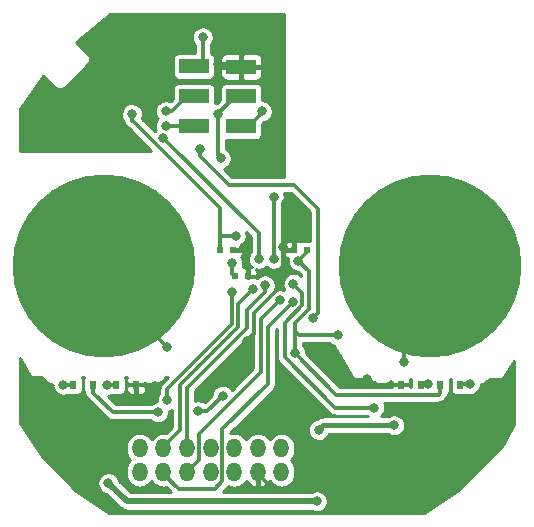
<source format=gbl>
%TF.GenerationSoftware,KiCad,Pcbnew,no-vcs-found-d190aa4~59~ubuntu15.04.1*%
%TF.CreationDate,2017-09-02T16:12:33+03:00*%
%TF.ProjectId,livolo_2_channels_1way_eu_switch,6C69766F6C6F5F325F6368616E6E656C,rev?*%
%TF.SameCoordinates,Original*%
%TF.FileFunction,Copper,L2,Bot,Signal*%
%TF.FilePolarity,Positive*%
%FSLAX46Y46*%
G04 Gerber Fmt 4.6, Leading zero omitted, Abs format (unit mm)*
G04 Created by KiCad (PCBNEW no-vcs-found-d190aa4~59~ubuntu15.04.1) date Sat Sep  2 16:12:33 2017*
%MOMM*%
%LPD*%
G01*
G04 APERTURE LIST*
%ADD10O,1.300000X1.600000*%
%ADD11R,2.500000X1.270000*%
%ADD12C,15.500000*%
%ADD13R,0.600000X0.500000*%
%ADD14R,0.600000X0.800000*%
%ADD15C,0.350000*%
%ADD16C,0.800000*%
%ADD17C,0.300000*%
%ADD18C,0.450000*%
%ADD19C,0.500000*%
%ADD20C,0.254000*%
G04 APERTURE END LIST*
D10*
X143650000Y-107550000D03*
X143650000Y-109550000D03*
X141650000Y-107550000D03*
X141650000Y-109550000D03*
X139650000Y-107550000D03*
X139650000Y-109550000D03*
X137650000Y-107550000D03*
X137650000Y-109550000D03*
X135650000Y-107550000D03*
X135650000Y-109550000D03*
X133650000Y-107550000D03*
X133650000Y-109550000D03*
X131650000Y-107550000D03*
X131650000Y-109550000D03*
D11*
X136250000Y-75210000D03*
X136250000Y-77750000D03*
X136250000Y-80290000D03*
X140250000Y-80290000D03*
X140250000Y-77750000D03*
X140250000Y-75250000D03*
D12*
X156250000Y-92150000D03*
X128650000Y-92150000D03*
D13*
X140800000Y-93000000D03*
X139700000Y-93000000D03*
X139550000Y-90750000D03*
X138450000Y-90750000D03*
X145800000Y-90750000D03*
X144700000Y-90750000D03*
D14*
X129650000Y-102150000D03*
X131350000Y-102150000D03*
X126000000Y-102150000D03*
X127700000Y-102150000D03*
X158800000Y-102150000D03*
X157100000Y-102150000D03*
X155450000Y-102150000D03*
X153750000Y-102150000D03*
D15*
X139920000Y-72426052D03*
X142460000Y-72426052D03*
X142460000Y-74966052D03*
X124680000Y-77506052D03*
X127220000Y-77506052D03*
X142460000Y-77506052D03*
X122140000Y-80046052D03*
X124680000Y-80046052D03*
X122140000Y-82100000D03*
X124690000Y-82072104D03*
X127230000Y-82072104D03*
X129770000Y-82072104D03*
X132310000Y-82072104D03*
X122140000Y-102906052D03*
X162780000Y-102906052D03*
X122140000Y-105446052D03*
X124680000Y-105446052D03*
X127220000Y-105446052D03*
X160240000Y-105446052D03*
X162780000Y-105446052D03*
X124680000Y-107986052D03*
X127220000Y-107986052D03*
X160240000Y-107986052D03*
X127000000Y-110750000D03*
X157700000Y-110526052D03*
X129000000Y-112250000D03*
X150080000Y-112816052D03*
X152620000Y-112816052D03*
X155160000Y-112816052D03*
D16*
X148400000Y-98000000D03*
X131000000Y-79249970D03*
X133198282Y-104505729D03*
X137000000Y-72750000D03*
X145092551Y-91657449D03*
X138671485Y-103086161D03*
X144800000Y-99500000D03*
X136600000Y-104400000D03*
X139800000Y-89550002D03*
X145800000Y-111000000D03*
X150000000Y-108719998D03*
X150200000Y-111600000D03*
X132984283Y-102270846D03*
X140710901Y-98476151D03*
X140500000Y-90499996D03*
X144250000Y-86250000D03*
X138250000Y-75000000D03*
X150891952Y-101651983D03*
X143802464Y-90525717D03*
X139500000Y-91900000D03*
X146800000Y-106000000D03*
X153200000Y-105600000D03*
X143000000Y-91500000D03*
X142000000Y-79000000D03*
X143000000Y-86250000D03*
X129000000Y-110500000D03*
X146650010Y-112049990D03*
X154000010Y-100250000D03*
X134000000Y-99000000D03*
X133862012Y-80250000D03*
X138500000Y-83000000D03*
X138243959Y-79256041D03*
X133861798Y-78999991D03*
X128900000Y-102200000D03*
X125194336Y-102172950D03*
X159591524Y-102115136D03*
X156099966Y-102100000D03*
X134000000Y-103500000D03*
X139449990Y-94299484D03*
X144621188Y-95174055D03*
X142250000Y-93750000D03*
X143521921Y-95008575D03*
X141249990Y-94090989D03*
X141750000Y-91499992D03*
X133649846Y-81250000D03*
X146359932Y-96536071D03*
X136750000Y-82250000D03*
X144665450Y-93634550D03*
X151500000Y-104100000D03*
D17*
X127700000Y-102150000D02*
X127700000Y-102850000D01*
X127700000Y-102850000D02*
X129355729Y-104505729D01*
X129355729Y-104505729D02*
X133198282Y-104505729D01*
X145100000Y-98000000D02*
X148400000Y-98000000D01*
X144800000Y-97700000D02*
X145100000Y-98000000D01*
X145949989Y-92514887D02*
X145092551Y-91657449D01*
X144800000Y-97700000D02*
X144800000Y-96912001D01*
X144800000Y-96912001D02*
X145949989Y-95762012D01*
X145949989Y-95762012D02*
X145949989Y-92514887D01*
X136250000Y-75210000D02*
X137000000Y-75210000D01*
X137000000Y-75210000D02*
X137000000Y-72750000D01*
X138450000Y-89500000D02*
X138450000Y-87200000D01*
X138450000Y-87200000D02*
X131065655Y-79815655D01*
X131065655Y-79815655D02*
X131000000Y-79815655D01*
X131000000Y-79815655D02*
X131000000Y-79249970D01*
X138450000Y-90750000D02*
X138450000Y-89500000D01*
X139800000Y-89550002D02*
X138500002Y-89550002D01*
X138500002Y-89550002D02*
X138450000Y-89500000D01*
X145800000Y-90750000D02*
X145800000Y-90950000D01*
X145800000Y-90950000D02*
X145092551Y-91657449D01*
X144800000Y-99500000D02*
X144800000Y-97700000D01*
X137357646Y-104400000D02*
X138671485Y-103086161D01*
X136600000Y-104400000D02*
X137357646Y-104400000D01*
X148300001Y-103000001D02*
X144800000Y-99500000D01*
X157100000Y-102850000D02*
X156949999Y-103000001D01*
X156949999Y-103000001D02*
X148300001Y-103000001D01*
X157100000Y-102150000D02*
X157100000Y-102850000D01*
X145800000Y-111000000D02*
X142950000Y-111000000D01*
X142950000Y-111000000D02*
X141650000Y-109700000D01*
X141650000Y-109700000D02*
X141650000Y-109550000D01*
X150200000Y-111600000D02*
X150200000Y-108919998D01*
X150200000Y-108919998D02*
X150000000Y-108719998D01*
X140800000Y-93000000D02*
X140800000Y-90799996D01*
X140800000Y-90799996D02*
X140500000Y-90499996D01*
X131350000Y-102150000D02*
X132863437Y-102150000D01*
X132863437Y-102150000D02*
X132984283Y-102270846D01*
X141300033Y-97887019D02*
X140710901Y-98476151D01*
X143802464Y-90525717D02*
X143802464Y-93613694D01*
X141300033Y-96116125D02*
X141300033Y-97887019D01*
X143802464Y-93613694D02*
X141300033Y-96116125D01*
X140249996Y-90750000D02*
X140500000Y-90499996D01*
X139550000Y-90750000D02*
X140249996Y-90750000D01*
X143992417Y-86553252D02*
X143992417Y-86507583D01*
X143992417Y-86507583D02*
X144250000Y-86250000D01*
X144700000Y-90750000D02*
X144026747Y-90750000D01*
X144026747Y-90750000D02*
X143802464Y-90525717D01*
X138250000Y-75000000D02*
X140000000Y-75000000D01*
X140000000Y-75000000D02*
X140250000Y-75250000D01*
X151389969Y-102150000D02*
X150891952Y-101651983D01*
X153750000Y-102150000D02*
X151389969Y-102150000D01*
X143802464Y-86743205D02*
X143992417Y-86553252D01*
X143802464Y-90525717D02*
X143802464Y-86743205D01*
X139500000Y-91900000D02*
X139500000Y-92800000D01*
X139500000Y-92800000D02*
X139700000Y-93000000D01*
D18*
X153200000Y-105600000D02*
X147200000Y-105600000D01*
X147200000Y-105600000D02*
X146800000Y-106000000D01*
D17*
X143000000Y-86250000D02*
X143000000Y-91500000D01*
X142000000Y-79155000D02*
X142000000Y-79000000D01*
X140865000Y-80290000D02*
X142000000Y-79155000D01*
X140250000Y-80290000D02*
X140865000Y-80290000D01*
D19*
X129000000Y-110500000D02*
X130549990Y-112049990D01*
X130549990Y-112049990D02*
X146650010Y-112049990D01*
D17*
X154000010Y-94399990D02*
X154000010Y-100250000D01*
X156250000Y-92150000D02*
X154000010Y-94399990D01*
X128650000Y-93650000D02*
X134000000Y-99000000D01*
X128650000Y-92150000D02*
X128650000Y-93650000D01*
X136250000Y-80290000D02*
X133902012Y-80290000D01*
X133902012Y-80290000D02*
X133862012Y-80250000D01*
X138243959Y-82743959D02*
X138500000Y-83000000D01*
X138243959Y-79256041D02*
X138243959Y-82743959D01*
X140250000Y-77750000D02*
X139750000Y-77750000D01*
X139750000Y-77750000D02*
X138243959Y-79256041D01*
X134385009Y-78999991D02*
X133861798Y-78999991D01*
X135635000Y-77750000D02*
X134385009Y-78999991D01*
X136250000Y-77750000D02*
X135635000Y-77750000D01*
X128900000Y-102200000D02*
X129600000Y-102200000D01*
X129600000Y-102200000D02*
X129650000Y-102150000D01*
X125194336Y-102172950D02*
X125977050Y-102172950D01*
X125977050Y-102172950D02*
X126000000Y-102150000D01*
X159591524Y-102115136D02*
X158834864Y-102115136D01*
X158834864Y-102115136D02*
X158800000Y-102150000D01*
X156099966Y-102100034D02*
X156099966Y-102100000D01*
X155450000Y-102150000D02*
X156050000Y-102150000D01*
X156050000Y-102150000D02*
X156099966Y-102100034D01*
X134000000Y-102500000D02*
X134000000Y-103500000D01*
X139449990Y-94299484D02*
X139449990Y-97050010D01*
X139449990Y-97050010D02*
X134000000Y-102500000D01*
X145399978Y-94369078D02*
X144665450Y-93634550D01*
X145399978Y-95455927D02*
X145399978Y-94369078D01*
X143949999Y-99852914D02*
X143949999Y-96905906D01*
X151500000Y-104100000D02*
X148197085Y-104100000D01*
X148197085Y-104100000D02*
X143949999Y-99852914D01*
X143949999Y-96905906D02*
X145399978Y-95455927D01*
X133650000Y-109550000D02*
X133650000Y-109700000D01*
X133650000Y-109700000D02*
X134950000Y-111000000D01*
X134950000Y-111000000D02*
X138000000Y-111000000D01*
X138000000Y-111000000D02*
X138650000Y-110350000D01*
X138650000Y-110350000D02*
X138650000Y-105950000D01*
X138650000Y-105950000D02*
X142500010Y-102099990D01*
X142500010Y-102099990D02*
X142500010Y-97295233D01*
X142500010Y-97295233D02*
X144621188Y-95174055D01*
X142250000Y-94315685D02*
X142250000Y-93750000D01*
X135650000Y-102405664D02*
X140700022Y-97355642D01*
X140700022Y-95865663D02*
X142250000Y-94315685D01*
X140700022Y-97355642D02*
X140700022Y-95865663D01*
X135650000Y-107550000D02*
X135650000Y-102405664D01*
X135650000Y-109550000D02*
X135680000Y-109550000D01*
X135680000Y-109550000D02*
X136650000Y-108580000D01*
X136650000Y-108580000D02*
X136650000Y-106350000D01*
X136650000Y-106350000D02*
X141950000Y-101050000D01*
X141950000Y-101050000D02*
X141950000Y-96580496D01*
X143121922Y-95408574D02*
X143521921Y-95008575D01*
X142000000Y-96530496D02*
X143521921Y-95008575D01*
X135650000Y-109550000D02*
X135700000Y-109550000D01*
X133650000Y-107550000D02*
X133650000Y-107400000D01*
X135049989Y-106000011D02*
X135049989Y-102227843D01*
X140000001Y-95340978D02*
X141249990Y-94090989D01*
X140000001Y-97277832D02*
X140000001Y-95340978D01*
X135049989Y-102227843D02*
X140000001Y-97277832D01*
X133650000Y-107400000D02*
X135049989Y-106000011D01*
X133649846Y-81250000D02*
X141750000Y-89350154D01*
X141750000Y-89350154D02*
X141750000Y-91499992D01*
X136750000Y-82250000D02*
X136750000Y-82815685D01*
X146482484Y-96536071D02*
X146359932Y-96536071D01*
X144750000Y-85250000D02*
X146759931Y-87259931D01*
X136750000Y-82815685D02*
X139184315Y-85250000D01*
X146759931Y-87259931D02*
X146759931Y-96136072D01*
X146500000Y-96553587D02*
X146482484Y-96536071D01*
X146759931Y-96136072D02*
X146359932Y-96536071D01*
X139184315Y-85250000D02*
X144750000Y-85250000D01*
D20*
G36*
X143272999Y-99852914D02*
X143279099Y-99915124D01*
X143284551Y-99977449D01*
X143285545Y-99980869D01*
X143285892Y-99984411D01*
X143303968Y-100044282D01*
X143321414Y-100104330D01*
X143323051Y-100107489D01*
X143324081Y-100110899D01*
X143353450Y-100166133D01*
X143382219Y-100221635D01*
X143384440Y-100224417D01*
X143386111Y-100227560D01*
X143425627Y-100276011D01*
X143464651Y-100324895D01*
X143469538Y-100329851D01*
X143469620Y-100329951D01*
X143469713Y-100330028D01*
X143471288Y-100331625D01*
X147718374Y-104578712D01*
X147766711Y-104618416D01*
X147814602Y-104658602D01*
X147817722Y-104660317D01*
X147820473Y-104662577D01*
X147875594Y-104692133D01*
X147930386Y-104722255D01*
X147933779Y-104723331D01*
X147936917Y-104725014D01*
X147996749Y-104743306D01*
X148056329Y-104762206D01*
X148059865Y-104762603D01*
X148063271Y-104763644D01*
X148125512Y-104769966D01*
X148187633Y-104776934D01*
X148194590Y-104776983D01*
X148194722Y-104776996D01*
X148194845Y-104776984D01*
X148197085Y-104777000D01*
X150865034Y-104777000D01*
X150896286Y-104809362D01*
X150951879Y-104848000D01*
X147200000Y-104848000D01*
X147130833Y-104854782D01*
X147061668Y-104860833D01*
X147057871Y-104861936D01*
X147053936Y-104862322D01*
X146987417Y-104882405D01*
X146920731Y-104901779D01*
X146917223Y-104903597D01*
X146913435Y-104904741D01*
X146852080Y-104937364D01*
X146790431Y-104969320D01*
X146787341Y-104971787D01*
X146783850Y-104973643D01*
X146730032Y-105017536D01*
X146675732Y-105060883D01*
X146670226Y-105066313D01*
X146670115Y-105066403D01*
X146670030Y-105066505D01*
X146668255Y-105068256D01*
X146652042Y-105084469D01*
X146537003Y-105106413D01*
X146368447Y-105174515D01*
X146216328Y-105274058D01*
X146086441Y-105401253D01*
X145983733Y-105551254D01*
X145912117Y-105718347D01*
X145874320Y-105896168D01*
X145871782Y-106077945D01*
X145904599Y-106256752D01*
X145971522Y-106425780D01*
X146070001Y-106578590D01*
X146196286Y-106709362D01*
X146345566Y-106813114D01*
X146512155Y-106885895D01*
X146689708Y-106924932D01*
X146871463Y-106928740D01*
X147050495Y-106897171D01*
X147219986Y-106831430D01*
X147373479Y-106734020D01*
X147505130Y-106608651D01*
X147609921Y-106460099D01*
X147658050Y-106352000D01*
X152657634Y-106352000D01*
X152745566Y-106413114D01*
X152912155Y-106485895D01*
X153089708Y-106524932D01*
X153271463Y-106528740D01*
X153450495Y-106497171D01*
X153619986Y-106431430D01*
X153773479Y-106334020D01*
X153905130Y-106208651D01*
X154009921Y-106060099D01*
X154083864Y-105894022D01*
X154124140Y-105716746D01*
X154127039Y-105509103D01*
X154091729Y-105330771D01*
X154022452Y-105162694D01*
X153921849Y-105011274D01*
X153793751Y-104882278D01*
X153643037Y-104780621D01*
X153475448Y-104710173D01*
X153297367Y-104673618D01*
X153115577Y-104672349D01*
X152937003Y-104706413D01*
X152768447Y-104774515D01*
X152656149Y-104848000D01*
X152051450Y-104848000D01*
X152073479Y-104834020D01*
X152205130Y-104708651D01*
X152309921Y-104560099D01*
X152383864Y-104394022D01*
X152424140Y-104216746D01*
X152427039Y-104009103D01*
X152391729Y-103830771D01*
X152328349Y-103677001D01*
X156949999Y-103677001D01*
X157012209Y-103670901D01*
X157074534Y-103665449D01*
X157077954Y-103664455D01*
X157081496Y-103664108D01*
X157141367Y-103646032D01*
X157201415Y-103628586D01*
X157204574Y-103626949D01*
X157207984Y-103625919D01*
X157263218Y-103596550D01*
X157318720Y-103567781D01*
X157321502Y-103565560D01*
X157324645Y-103563889D01*
X157373096Y-103524373D01*
X157421980Y-103485349D01*
X157426936Y-103480462D01*
X157427036Y-103480380D01*
X157427113Y-103480287D01*
X157428710Y-103478712D01*
X157578711Y-103328712D01*
X157618412Y-103280379D01*
X157658602Y-103232483D01*
X157660317Y-103229363D01*
X157662577Y-103226612D01*
X157692114Y-103171525D01*
X157722255Y-103116699D01*
X157723333Y-103113302D01*
X157725013Y-103110168D01*
X157743283Y-103050410D01*
X157762206Y-102990756D01*
X157762603Y-102987217D01*
X157763643Y-102983815D01*
X157769239Y-102928723D01*
X157774448Y-102924448D01*
X157840304Y-102844202D01*
X157889239Y-102752650D01*
X157919374Y-102653310D01*
X157929549Y-102550000D01*
X157929549Y-101750000D01*
X157919374Y-101646690D01*
X157918927Y-101645218D01*
X157981073Y-101645218D01*
X157980626Y-101646690D01*
X157970451Y-101750000D01*
X157970451Y-102550000D01*
X157980626Y-102653310D01*
X158010761Y-102752650D01*
X158059696Y-102844202D01*
X158125552Y-102924448D01*
X158205798Y-102990304D01*
X158297350Y-103039239D01*
X158396690Y-103069374D01*
X158500000Y-103079549D01*
X159100000Y-103079549D01*
X159203310Y-103069374D01*
X159302650Y-103039239D01*
X159353599Y-103012006D01*
X159481232Y-103040068D01*
X159662987Y-103043876D01*
X159842019Y-103012307D01*
X160011510Y-102946566D01*
X160165003Y-102849156D01*
X160296654Y-102723787D01*
X160401445Y-102575235D01*
X160475388Y-102409158D01*
X160515664Y-102231882D01*
X160517388Y-102108424D01*
X160645072Y-102085910D01*
X160878557Y-101995347D01*
X161090004Y-101861159D01*
X161271360Y-101688456D01*
X161301861Y-101645218D01*
X162300000Y-101645218D01*
X162327878Y-101642120D01*
X162373171Y-101622020D01*
X162407325Y-101586117D01*
X163322360Y-100139771D01*
X163322360Y-105464781D01*
X162435280Y-107248769D01*
X158533070Y-111153879D01*
X155723843Y-113024320D01*
X129075218Y-113024320D01*
X126267283Y-111154740D01*
X123387738Y-108242179D01*
X121476700Y-105423176D01*
X121476700Y-99920327D01*
X122390707Y-101464684D01*
X122410197Y-101489803D01*
X122451399Y-101517333D01*
X122500000Y-101527000D01*
X123384796Y-101527000D01*
X123494381Y-101697044D01*
X123668346Y-101877190D01*
X123873989Y-102020115D01*
X124103476Y-102120376D01*
X124267437Y-102156425D01*
X124266118Y-102250895D01*
X124298935Y-102429702D01*
X124365858Y-102598730D01*
X124464337Y-102751540D01*
X124590622Y-102882312D01*
X124739902Y-102986064D01*
X124906491Y-103058845D01*
X125084044Y-103097882D01*
X125265799Y-103101690D01*
X125444831Y-103070121D01*
X125512557Y-103043852D01*
X125596690Y-103069374D01*
X125700000Y-103079549D01*
X126300000Y-103079549D01*
X126403310Y-103069374D01*
X126502650Y-103039239D01*
X126594202Y-102990304D01*
X126674448Y-102924448D01*
X126740304Y-102844202D01*
X126789239Y-102752650D01*
X126819374Y-102653310D01*
X126829549Y-102550000D01*
X126829549Y-101750000D01*
X126819374Y-101646690D01*
X126789239Y-101547350D01*
X126778362Y-101527000D01*
X126921638Y-101527000D01*
X126910761Y-101547350D01*
X126880626Y-101646690D01*
X126870451Y-101750000D01*
X126870451Y-102550000D01*
X126880626Y-102653310D01*
X126910761Y-102752650D01*
X126959696Y-102844202D01*
X127025552Y-102924448D01*
X127030527Y-102928531D01*
X127034552Y-102974535D01*
X127035546Y-102977955D01*
X127035893Y-102981497D01*
X127053969Y-103041368D01*
X127071415Y-103101416D01*
X127073052Y-103104575D01*
X127074082Y-103107985D01*
X127103451Y-103163219D01*
X127132220Y-103218721D01*
X127134441Y-103221503D01*
X127136112Y-103224646D01*
X127175628Y-103273097D01*
X127214652Y-103321981D01*
X127219539Y-103326937D01*
X127219621Y-103327037D01*
X127219714Y-103327114D01*
X127221289Y-103328711D01*
X128877017Y-104984440D01*
X128925350Y-105024141D01*
X128973246Y-105064331D01*
X128976366Y-105066046D01*
X128979117Y-105068306D01*
X129034238Y-105097862D01*
X129089030Y-105127984D01*
X129092423Y-105129060D01*
X129095561Y-105130743D01*
X129155365Y-105149026D01*
X129214973Y-105167935D01*
X129218512Y-105168332D01*
X129221914Y-105169372D01*
X129284067Y-105175685D01*
X129346277Y-105182663D01*
X129353244Y-105182712D01*
X129353366Y-105182724D01*
X129353479Y-105182713D01*
X129355729Y-105182729D01*
X132563316Y-105182729D01*
X132594568Y-105215091D01*
X132743848Y-105318843D01*
X132910437Y-105391624D01*
X133087990Y-105430661D01*
X133269745Y-105434469D01*
X133448777Y-105402900D01*
X133618268Y-105337159D01*
X133771761Y-105239749D01*
X133903412Y-105114380D01*
X134008203Y-104965828D01*
X134082146Y-104799751D01*
X134122422Y-104622475D01*
X134125259Y-104419254D01*
X134250495Y-104397171D01*
X134372989Y-104349659D01*
X134372989Y-105719588D01*
X133855260Y-106237318D01*
X133658217Y-106216608D01*
X133429452Y-106237427D01*
X133209088Y-106302284D01*
X133005518Y-106408707D01*
X132826496Y-106552645D01*
X132678841Y-106728613D01*
X132650508Y-106780151D01*
X132630348Y-106742237D01*
X132485165Y-106564225D01*
X132308170Y-106417802D01*
X132106106Y-106308546D01*
X131886669Y-106240619D01*
X131658217Y-106216608D01*
X131429452Y-106237427D01*
X131209088Y-106302284D01*
X131005518Y-106408707D01*
X130826496Y-106552645D01*
X130678841Y-106728613D01*
X130568178Y-106929909D01*
X130498720Y-107148867D01*
X130473115Y-107377146D01*
X130473000Y-107393579D01*
X130473000Y-107706421D01*
X130495416Y-107935035D01*
X130561809Y-108154941D01*
X130669652Y-108357763D01*
X130814835Y-108535775D01*
X130830924Y-108549085D01*
X130826496Y-108552645D01*
X130678841Y-108728613D01*
X130568178Y-108929909D01*
X130498720Y-109148867D01*
X130473115Y-109377146D01*
X130473000Y-109393579D01*
X130473000Y-109706421D01*
X130495416Y-109935035D01*
X130561809Y-110154941D01*
X130669652Y-110357763D01*
X130814835Y-110535775D01*
X130991830Y-110682198D01*
X131193894Y-110791454D01*
X131413331Y-110859381D01*
X131641783Y-110883392D01*
X131870548Y-110862573D01*
X132090912Y-110797716D01*
X132294482Y-110691293D01*
X132473504Y-110547355D01*
X132621159Y-110371387D01*
X132649492Y-110319849D01*
X132669652Y-110357763D01*
X132814835Y-110535775D01*
X132991830Y-110682198D01*
X133193894Y-110791454D01*
X133413331Y-110859381D01*
X133641783Y-110883392D01*
X133856435Y-110863857D01*
X134265567Y-111272990D01*
X130871834Y-111272990D01*
X129907064Y-110308220D01*
X129891729Y-110230771D01*
X129822452Y-110062694D01*
X129721849Y-109911274D01*
X129593751Y-109782278D01*
X129443037Y-109680621D01*
X129275448Y-109610173D01*
X129097367Y-109573618D01*
X128915577Y-109572349D01*
X128737003Y-109606413D01*
X128568447Y-109674515D01*
X128416328Y-109774058D01*
X128286441Y-109901253D01*
X128183733Y-110051254D01*
X128112117Y-110218347D01*
X128074320Y-110396168D01*
X128071782Y-110577945D01*
X128104599Y-110756752D01*
X128171522Y-110925780D01*
X128270001Y-111078590D01*
X128396286Y-111209362D01*
X128545566Y-111313114D01*
X128712155Y-111385895D01*
X128808158Y-111407002D01*
X130000568Y-112599412D01*
X130056071Y-112645003D01*
X130111011Y-112691103D01*
X130114589Y-112693070D01*
X130117748Y-112695665D01*
X130181007Y-112729584D01*
X130243897Y-112764158D01*
X130247794Y-112765394D01*
X130251393Y-112767324D01*
X130320019Y-112788305D01*
X130388443Y-112810011D01*
X130392502Y-112810466D01*
X130396410Y-112811661D01*
X130467818Y-112818914D01*
X130539141Y-112826914D01*
X130547130Y-112826970D01*
X130547278Y-112826985D01*
X130547416Y-112826972D01*
X130549990Y-112826990D01*
X146143615Y-112826990D01*
X146195576Y-112863104D01*
X146362165Y-112935885D01*
X146539718Y-112974922D01*
X146721473Y-112978730D01*
X146900505Y-112947161D01*
X147069996Y-112881420D01*
X147223489Y-112784010D01*
X147355140Y-112658641D01*
X147459931Y-112510089D01*
X147533874Y-112344012D01*
X147574150Y-112166736D01*
X147577049Y-111959093D01*
X147541739Y-111780761D01*
X147472462Y-111612684D01*
X147371859Y-111461264D01*
X147243761Y-111332268D01*
X147093047Y-111230611D01*
X146925458Y-111160163D01*
X146747377Y-111123608D01*
X146565587Y-111122339D01*
X146387013Y-111156403D01*
X146218457Y-111224505D01*
X146144363Y-111272990D01*
X138684432Y-111272990D01*
X139128711Y-110828711D01*
X139168391Y-110780404D01*
X139169972Y-110778520D01*
X139193894Y-110791454D01*
X139413331Y-110859381D01*
X139641783Y-110883392D01*
X139870548Y-110862573D01*
X140090912Y-110797716D01*
X140294482Y-110691293D01*
X140473504Y-110547355D01*
X140621159Y-110371387D01*
X140651359Y-110316454D01*
X140711916Y-110414604D01*
X140869353Y-110583884D01*
X141056790Y-110719197D01*
X141267024Y-110815343D01*
X141394130Y-110848851D01*
X141577000Y-110742698D01*
X141577000Y-109623000D01*
X141557000Y-109623000D01*
X141557000Y-109477000D01*
X141577000Y-109477000D01*
X141577000Y-109457000D01*
X141723000Y-109457000D01*
X141723000Y-109477000D01*
X141743000Y-109477000D01*
X141743000Y-109623000D01*
X141723000Y-109623000D01*
X141723000Y-110742698D01*
X141905870Y-110848851D01*
X142032976Y-110815343D01*
X142243210Y-110719197D01*
X142430647Y-110583884D01*
X142588084Y-110414604D01*
X142648129Y-110317284D01*
X142669652Y-110357763D01*
X142814835Y-110535775D01*
X142991830Y-110682198D01*
X143193894Y-110791454D01*
X143413331Y-110859381D01*
X143641783Y-110883392D01*
X143870548Y-110862573D01*
X144090912Y-110797716D01*
X144294482Y-110691293D01*
X144473504Y-110547355D01*
X144621159Y-110371387D01*
X144731822Y-110170091D01*
X144801280Y-109951133D01*
X144826885Y-109722854D01*
X144827000Y-109706421D01*
X144827000Y-109393579D01*
X144804584Y-109164965D01*
X144738191Y-108945059D01*
X144630348Y-108742237D01*
X144485165Y-108564225D01*
X144469076Y-108550915D01*
X144473504Y-108547355D01*
X144621159Y-108371387D01*
X144731822Y-108170091D01*
X144801280Y-107951133D01*
X144826885Y-107722854D01*
X144827000Y-107706421D01*
X144827000Y-107393579D01*
X144804584Y-107164965D01*
X144738191Y-106945059D01*
X144630348Y-106742237D01*
X144485165Y-106564225D01*
X144308170Y-106417802D01*
X144106106Y-106308546D01*
X143886669Y-106240619D01*
X143658217Y-106216608D01*
X143429452Y-106237427D01*
X143209088Y-106302284D01*
X143005518Y-106408707D01*
X142826496Y-106552645D01*
X142678841Y-106728613D01*
X142650508Y-106780151D01*
X142630348Y-106742237D01*
X142485165Y-106564225D01*
X142308170Y-106417802D01*
X142106106Y-106308546D01*
X141886669Y-106240619D01*
X141658217Y-106216608D01*
X141429452Y-106237427D01*
X141209088Y-106302284D01*
X141005518Y-106408707D01*
X140826496Y-106552645D01*
X140678841Y-106728613D01*
X140650508Y-106780151D01*
X140630348Y-106742237D01*
X140485165Y-106564225D01*
X140308170Y-106417802D01*
X140106106Y-106308546D01*
X139886669Y-106240619D01*
X139658217Y-106216608D01*
X139429452Y-106237427D01*
X139327000Y-106267580D01*
X139327000Y-106230422D01*
X142978721Y-102578702D01*
X143018422Y-102530369D01*
X143058612Y-102482473D01*
X143060327Y-102479353D01*
X143062587Y-102476602D01*
X143092143Y-102421481D01*
X143122265Y-102366689D01*
X143123341Y-102363296D01*
X143125024Y-102360158D01*
X143143320Y-102300313D01*
X143162216Y-102240746D01*
X143162612Y-102237212D01*
X143163654Y-102233805D01*
X143169972Y-102171602D01*
X143176944Y-102109442D01*
X143176993Y-102102475D01*
X143177005Y-102102353D01*
X143176994Y-102102240D01*
X143177010Y-102099990D01*
X143177010Y-97575655D01*
X143272999Y-97479666D01*
X143272999Y-99852914D01*
X143272999Y-99852914D01*
G37*
X143272999Y-99852914D02*
X143279099Y-99915124D01*
X143284551Y-99977449D01*
X143285545Y-99980869D01*
X143285892Y-99984411D01*
X143303968Y-100044282D01*
X143321414Y-100104330D01*
X143323051Y-100107489D01*
X143324081Y-100110899D01*
X143353450Y-100166133D01*
X143382219Y-100221635D01*
X143384440Y-100224417D01*
X143386111Y-100227560D01*
X143425627Y-100276011D01*
X143464651Y-100324895D01*
X143469538Y-100329851D01*
X143469620Y-100329951D01*
X143469713Y-100330028D01*
X143471288Y-100331625D01*
X147718374Y-104578712D01*
X147766711Y-104618416D01*
X147814602Y-104658602D01*
X147817722Y-104660317D01*
X147820473Y-104662577D01*
X147875594Y-104692133D01*
X147930386Y-104722255D01*
X147933779Y-104723331D01*
X147936917Y-104725014D01*
X147996749Y-104743306D01*
X148056329Y-104762206D01*
X148059865Y-104762603D01*
X148063271Y-104763644D01*
X148125512Y-104769966D01*
X148187633Y-104776934D01*
X148194590Y-104776983D01*
X148194722Y-104776996D01*
X148194845Y-104776984D01*
X148197085Y-104777000D01*
X150865034Y-104777000D01*
X150896286Y-104809362D01*
X150951879Y-104848000D01*
X147200000Y-104848000D01*
X147130833Y-104854782D01*
X147061668Y-104860833D01*
X147057871Y-104861936D01*
X147053936Y-104862322D01*
X146987417Y-104882405D01*
X146920731Y-104901779D01*
X146917223Y-104903597D01*
X146913435Y-104904741D01*
X146852080Y-104937364D01*
X146790431Y-104969320D01*
X146787341Y-104971787D01*
X146783850Y-104973643D01*
X146730032Y-105017536D01*
X146675732Y-105060883D01*
X146670226Y-105066313D01*
X146670115Y-105066403D01*
X146670030Y-105066505D01*
X146668255Y-105068256D01*
X146652042Y-105084469D01*
X146537003Y-105106413D01*
X146368447Y-105174515D01*
X146216328Y-105274058D01*
X146086441Y-105401253D01*
X145983733Y-105551254D01*
X145912117Y-105718347D01*
X145874320Y-105896168D01*
X145871782Y-106077945D01*
X145904599Y-106256752D01*
X145971522Y-106425780D01*
X146070001Y-106578590D01*
X146196286Y-106709362D01*
X146345566Y-106813114D01*
X146512155Y-106885895D01*
X146689708Y-106924932D01*
X146871463Y-106928740D01*
X147050495Y-106897171D01*
X147219986Y-106831430D01*
X147373479Y-106734020D01*
X147505130Y-106608651D01*
X147609921Y-106460099D01*
X147658050Y-106352000D01*
X152657634Y-106352000D01*
X152745566Y-106413114D01*
X152912155Y-106485895D01*
X153089708Y-106524932D01*
X153271463Y-106528740D01*
X153450495Y-106497171D01*
X153619986Y-106431430D01*
X153773479Y-106334020D01*
X153905130Y-106208651D01*
X154009921Y-106060099D01*
X154083864Y-105894022D01*
X154124140Y-105716746D01*
X154127039Y-105509103D01*
X154091729Y-105330771D01*
X154022452Y-105162694D01*
X153921849Y-105011274D01*
X153793751Y-104882278D01*
X153643037Y-104780621D01*
X153475448Y-104710173D01*
X153297367Y-104673618D01*
X153115577Y-104672349D01*
X152937003Y-104706413D01*
X152768447Y-104774515D01*
X152656149Y-104848000D01*
X152051450Y-104848000D01*
X152073479Y-104834020D01*
X152205130Y-104708651D01*
X152309921Y-104560099D01*
X152383864Y-104394022D01*
X152424140Y-104216746D01*
X152427039Y-104009103D01*
X152391729Y-103830771D01*
X152328349Y-103677001D01*
X156949999Y-103677001D01*
X157012209Y-103670901D01*
X157074534Y-103665449D01*
X157077954Y-103664455D01*
X157081496Y-103664108D01*
X157141367Y-103646032D01*
X157201415Y-103628586D01*
X157204574Y-103626949D01*
X157207984Y-103625919D01*
X157263218Y-103596550D01*
X157318720Y-103567781D01*
X157321502Y-103565560D01*
X157324645Y-103563889D01*
X157373096Y-103524373D01*
X157421980Y-103485349D01*
X157426936Y-103480462D01*
X157427036Y-103480380D01*
X157427113Y-103480287D01*
X157428710Y-103478712D01*
X157578711Y-103328712D01*
X157618412Y-103280379D01*
X157658602Y-103232483D01*
X157660317Y-103229363D01*
X157662577Y-103226612D01*
X157692114Y-103171525D01*
X157722255Y-103116699D01*
X157723333Y-103113302D01*
X157725013Y-103110168D01*
X157743283Y-103050410D01*
X157762206Y-102990756D01*
X157762603Y-102987217D01*
X157763643Y-102983815D01*
X157769239Y-102928723D01*
X157774448Y-102924448D01*
X157840304Y-102844202D01*
X157889239Y-102752650D01*
X157919374Y-102653310D01*
X157929549Y-102550000D01*
X157929549Y-101750000D01*
X157919374Y-101646690D01*
X157918927Y-101645218D01*
X157981073Y-101645218D01*
X157980626Y-101646690D01*
X157970451Y-101750000D01*
X157970451Y-102550000D01*
X157980626Y-102653310D01*
X158010761Y-102752650D01*
X158059696Y-102844202D01*
X158125552Y-102924448D01*
X158205798Y-102990304D01*
X158297350Y-103039239D01*
X158396690Y-103069374D01*
X158500000Y-103079549D01*
X159100000Y-103079549D01*
X159203310Y-103069374D01*
X159302650Y-103039239D01*
X159353599Y-103012006D01*
X159481232Y-103040068D01*
X159662987Y-103043876D01*
X159842019Y-103012307D01*
X160011510Y-102946566D01*
X160165003Y-102849156D01*
X160296654Y-102723787D01*
X160401445Y-102575235D01*
X160475388Y-102409158D01*
X160515664Y-102231882D01*
X160517388Y-102108424D01*
X160645072Y-102085910D01*
X160878557Y-101995347D01*
X161090004Y-101861159D01*
X161271360Y-101688456D01*
X161301861Y-101645218D01*
X162300000Y-101645218D01*
X162327878Y-101642120D01*
X162373171Y-101622020D01*
X162407325Y-101586117D01*
X163322360Y-100139771D01*
X163322360Y-105464781D01*
X162435280Y-107248769D01*
X158533070Y-111153879D01*
X155723843Y-113024320D01*
X129075218Y-113024320D01*
X126267283Y-111154740D01*
X123387738Y-108242179D01*
X121476700Y-105423176D01*
X121476700Y-99920327D01*
X122390707Y-101464684D01*
X122410197Y-101489803D01*
X122451399Y-101517333D01*
X122500000Y-101527000D01*
X123384796Y-101527000D01*
X123494381Y-101697044D01*
X123668346Y-101877190D01*
X123873989Y-102020115D01*
X124103476Y-102120376D01*
X124267437Y-102156425D01*
X124266118Y-102250895D01*
X124298935Y-102429702D01*
X124365858Y-102598730D01*
X124464337Y-102751540D01*
X124590622Y-102882312D01*
X124739902Y-102986064D01*
X124906491Y-103058845D01*
X125084044Y-103097882D01*
X125265799Y-103101690D01*
X125444831Y-103070121D01*
X125512557Y-103043852D01*
X125596690Y-103069374D01*
X125700000Y-103079549D01*
X126300000Y-103079549D01*
X126403310Y-103069374D01*
X126502650Y-103039239D01*
X126594202Y-102990304D01*
X126674448Y-102924448D01*
X126740304Y-102844202D01*
X126789239Y-102752650D01*
X126819374Y-102653310D01*
X126829549Y-102550000D01*
X126829549Y-101750000D01*
X126819374Y-101646690D01*
X126789239Y-101547350D01*
X126778362Y-101527000D01*
X126921638Y-101527000D01*
X126910761Y-101547350D01*
X126880626Y-101646690D01*
X126870451Y-101750000D01*
X126870451Y-102550000D01*
X126880626Y-102653310D01*
X126910761Y-102752650D01*
X126959696Y-102844202D01*
X127025552Y-102924448D01*
X127030527Y-102928531D01*
X127034552Y-102974535D01*
X127035546Y-102977955D01*
X127035893Y-102981497D01*
X127053969Y-103041368D01*
X127071415Y-103101416D01*
X127073052Y-103104575D01*
X127074082Y-103107985D01*
X127103451Y-103163219D01*
X127132220Y-103218721D01*
X127134441Y-103221503D01*
X127136112Y-103224646D01*
X127175628Y-103273097D01*
X127214652Y-103321981D01*
X127219539Y-103326937D01*
X127219621Y-103327037D01*
X127219714Y-103327114D01*
X127221289Y-103328711D01*
X128877017Y-104984440D01*
X128925350Y-105024141D01*
X128973246Y-105064331D01*
X128976366Y-105066046D01*
X128979117Y-105068306D01*
X129034238Y-105097862D01*
X129089030Y-105127984D01*
X129092423Y-105129060D01*
X129095561Y-105130743D01*
X129155365Y-105149026D01*
X129214973Y-105167935D01*
X129218512Y-105168332D01*
X129221914Y-105169372D01*
X129284067Y-105175685D01*
X129346277Y-105182663D01*
X129353244Y-105182712D01*
X129353366Y-105182724D01*
X129353479Y-105182713D01*
X129355729Y-105182729D01*
X132563316Y-105182729D01*
X132594568Y-105215091D01*
X132743848Y-105318843D01*
X132910437Y-105391624D01*
X133087990Y-105430661D01*
X133269745Y-105434469D01*
X133448777Y-105402900D01*
X133618268Y-105337159D01*
X133771761Y-105239749D01*
X133903412Y-105114380D01*
X134008203Y-104965828D01*
X134082146Y-104799751D01*
X134122422Y-104622475D01*
X134125259Y-104419254D01*
X134250495Y-104397171D01*
X134372989Y-104349659D01*
X134372989Y-105719588D01*
X133855260Y-106237318D01*
X133658217Y-106216608D01*
X133429452Y-106237427D01*
X133209088Y-106302284D01*
X133005518Y-106408707D01*
X132826496Y-106552645D01*
X132678841Y-106728613D01*
X132650508Y-106780151D01*
X132630348Y-106742237D01*
X132485165Y-106564225D01*
X132308170Y-106417802D01*
X132106106Y-106308546D01*
X131886669Y-106240619D01*
X131658217Y-106216608D01*
X131429452Y-106237427D01*
X131209088Y-106302284D01*
X131005518Y-106408707D01*
X130826496Y-106552645D01*
X130678841Y-106728613D01*
X130568178Y-106929909D01*
X130498720Y-107148867D01*
X130473115Y-107377146D01*
X130473000Y-107393579D01*
X130473000Y-107706421D01*
X130495416Y-107935035D01*
X130561809Y-108154941D01*
X130669652Y-108357763D01*
X130814835Y-108535775D01*
X130830924Y-108549085D01*
X130826496Y-108552645D01*
X130678841Y-108728613D01*
X130568178Y-108929909D01*
X130498720Y-109148867D01*
X130473115Y-109377146D01*
X130473000Y-109393579D01*
X130473000Y-109706421D01*
X130495416Y-109935035D01*
X130561809Y-110154941D01*
X130669652Y-110357763D01*
X130814835Y-110535775D01*
X130991830Y-110682198D01*
X131193894Y-110791454D01*
X131413331Y-110859381D01*
X131641783Y-110883392D01*
X131870548Y-110862573D01*
X132090912Y-110797716D01*
X132294482Y-110691293D01*
X132473504Y-110547355D01*
X132621159Y-110371387D01*
X132649492Y-110319849D01*
X132669652Y-110357763D01*
X132814835Y-110535775D01*
X132991830Y-110682198D01*
X133193894Y-110791454D01*
X133413331Y-110859381D01*
X133641783Y-110883392D01*
X133856435Y-110863857D01*
X134265567Y-111272990D01*
X130871834Y-111272990D01*
X129907064Y-110308220D01*
X129891729Y-110230771D01*
X129822452Y-110062694D01*
X129721849Y-109911274D01*
X129593751Y-109782278D01*
X129443037Y-109680621D01*
X129275448Y-109610173D01*
X129097367Y-109573618D01*
X128915577Y-109572349D01*
X128737003Y-109606413D01*
X128568447Y-109674515D01*
X128416328Y-109774058D01*
X128286441Y-109901253D01*
X128183733Y-110051254D01*
X128112117Y-110218347D01*
X128074320Y-110396168D01*
X128071782Y-110577945D01*
X128104599Y-110756752D01*
X128171522Y-110925780D01*
X128270001Y-111078590D01*
X128396286Y-111209362D01*
X128545566Y-111313114D01*
X128712155Y-111385895D01*
X128808158Y-111407002D01*
X130000568Y-112599412D01*
X130056071Y-112645003D01*
X130111011Y-112691103D01*
X130114589Y-112693070D01*
X130117748Y-112695665D01*
X130181007Y-112729584D01*
X130243897Y-112764158D01*
X130247794Y-112765394D01*
X130251393Y-112767324D01*
X130320019Y-112788305D01*
X130388443Y-112810011D01*
X130392502Y-112810466D01*
X130396410Y-112811661D01*
X130467818Y-112818914D01*
X130539141Y-112826914D01*
X130547130Y-112826970D01*
X130547278Y-112826985D01*
X130547416Y-112826972D01*
X130549990Y-112826990D01*
X146143615Y-112826990D01*
X146195576Y-112863104D01*
X146362165Y-112935885D01*
X146539718Y-112974922D01*
X146721473Y-112978730D01*
X146900505Y-112947161D01*
X147069996Y-112881420D01*
X147223489Y-112784010D01*
X147355140Y-112658641D01*
X147459931Y-112510089D01*
X147533874Y-112344012D01*
X147574150Y-112166736D01*
X147577049Y-111959093D01*
X147541739Y-111780761D01*
X147472462Y-111612684D01*
X147371859Y-111461264D01*
X147243761Y-111332268D01*
X147093047Y-111230611D01*
X146925458Y-111160163D01*
X146747377Y-111123608D01*
X146565587Y-111122339D01*
X146387013Y-111156403D01*
X146218457Y-111224505D01*
X146144363Y-111272990D01*
X138684432Y-111272990D01*
X139128711Y-110828711D01*
X139168391Y-110780404D01*
X139169972Y-110778520D01*
X139193894Y-110791454D01*
X139413331Y-110859381D01*
X139641783Y-110883392D01*
X139870548Y-110862573D01*
X140090912Y-110797716D01*
X140294482Y-110691293D01*
X140473504Y-110547355D01*
X140621159Y-110371387D01*
X140651359Y-110316454D01*
X140711916Y-110414604D01*
X140869353Y-110583884D01*
X141056790Y-110719197D01*
X141267024Y-110815343D01*
X141394130Y-110848851D01*
X141577000Y-110742698D01*
X141577000Y-109623000D01*
X141557000Y-109623000D01*
X141557000Y-109477000D01*
X141577000Y-109477000D01*
X141577000Y-109457000D01*
X141723000Y-109457000D01*
X141723000Y-109477000D01*
X141743000Y-109477000D01*
X141743000Y-109623000D01*
X141723000Y-109623000D01*
X141723000Y-110742698D01*
X141905870Y-110848851D01*
X142032976Y-110815343D01*
X142243210Y-110719197D01*
X142430647Y-110583884D01*
X142588084Y-110414604D01*
X142648129Y-110317284D01*
X142669652Y-110357763D01*
X142814835Y-110535775D01*
X142991830Y-110682198D01*
X143193894Y-110791454D01*
X143413331Y-110859381D01*
X143641783Y-110883392D01*
X143870548Y-110862573D01*
X144090912Y-110797716D01*
X144294482Y-110691293D01*
X144473504Y-110547355D01*
X144621159Y-110371387D01*
X144731822Y-110170091D01*
X144801280Y-109951133D01*
X144826885Y-109722854D01*
X144827000Y-109706421D01*
X144827000Y-109393579D01*
X144804584Y-109164965D01*
X144738191Y-108945059D01*
X144630348Y-108742237D01*
X144485165Y-108564225D01*
X144469076Y-108550915D01*
X144473504Y-108547355D01*
X144621159Y-108371387D01*
X144731822Y-108170091D01*
X144801280Y-107951133D01*
X144826885Y-107722854D01*
X144827000Y-107706421D01*
X144827000Y-107393579D01*
X144804584Y-107164965D01*
X144738191Y-106945059D01*
X144630348Y-106742237D01*
X144485165Y-106564225D01*
X144308170Y-106417802D01*
X144106106Y-106308546D01*
X143886669Y-106240619D01*
X143658217Y-106216608D01*
X143429452Y-106237427D01*
X143209088Y-106302284D01*
X143005518Y-106408707D01*
X142826496Y-106552645D01*
X142678841Y-106728613D01*
X142650508Y-106780151D01*
X142630348Y-106742237D01*
X142485165Y-106564225D01*
X142308170Y-106417802D01*
X142106106Y-106308546D01*
X141886669Y-106240619D01*
X141658217Y-106216608D01*
X141429452Y-106237427D01*
X141209088Y-106302284D01*
X141005518Y-106408707D01*
X140826496Y-106552645D01*
X140678841Y-106728613D01*
X140650508Y-106780151D01*
X140630348Y-106742237D01*
X140485165Y-106564225D01*
X140308170Y-106417802D01*
X140106106Y-106308546D01*
X139886669Y-106240619D01*
X139658217Y-106216608D01*
X139429452Y-106237427D01*
X139327000Y-106267580D01*
X139327000Y-106230422D01*
X142978721Y-102578702D01*
X143018422Y-102530369D01*
X143058612Y-102482473D01*
X143060327Y-102479353D01*
X143062587Y-102476602D01*
X143092143Y-102421481D01*
X143122265Y-102366689D01*
X143123341Y-102363296D01*
X143125024Y-102360158D01*
X143143320Y-102300313D01*
X143162216Y-102240746D01*
X143162612Y-102237212D01*
X143163654Y-102233805D01*
X143169972Y-102171602D01*
X143176944Y-102109442D01*
X143176993Y-102102475D01*
X143177005Y-102102353D01*
X143176994Y-102102240D01*
X143177010Y-102099990D01*
X143177010Y-97575655D01*
X143272999Y-97479666D01*
X143272999Y-99852914D01*
G36*
X130543252Y-101596280D02*
X130523000Y-101698095D01*
X130523000Y-101945250D01*
X130654750Y-102077000D01*
X131277000Y-102077000D01*
X131277000Y-102057000D01*
X131423000Y-102057000D01*
X131423000Y-102077000D01*
X132045250Y-102077000D01*
X132093577Y-102028673D01*
X132303476Y-102120376D01*
X132548067Y-102174152D01*
X132798444Y-102179397D01*
X133045072Y-102135910D01*
X133278557Y-102045347D01*
X133490004Y-101911159D01*
X133671360Y-101738456D01*
X133815718Y-101533816D01*
X133818753Y-101527000D01*
X134015578Y-101527000D01*
X133521289Y-102021289D01*
X133481609Y-102069596D01*
X133441398Y-102117517D01*
X133439683Y-102120637D01*
X133437423Y-102123388D01*
X133407867Y-102178509D01*
X133377745Y-102233301D01*
X133376669Y-102236694D01*
X133374986Y-102239832D01*
X133356694Y-102299664D01*
X133337794Y-102359244D01*
X133337397Y-102362780D01*
X133336356Y-102366186D01*
X133330039Y-102428383D01*
X133323066Y-102490548D01*
X133323017Y-102497515D01*
X133323005Y-102497637D01*
X133323016Y-102497750D01*
X133323000Y-102500000D01*
X133323000Y-102865452D01*
X133286441Y-102901253D01*
X133183733Y-103051254D01*
X133112117Y-103218347D01*
X133074320Y-103396168D01*
X133071782Y-103577945D01*
X133073229Y-103585828D01*
X132935285Y-103612142D01*
X132766729Y-103680244D01*
X132614610Y-103779787D01*
X132564632Y-103828729D01*
X129636152Y-103828729D01*
X128935407Y-103127985D01*
X128971463Y-103128740D01*
X129150495Y-103097171D01*
X129232925Y-103065198D01*
X129246690Y-103069374D01*
X129350000Y-103079549D01*
X129950000Y-103079549D01*
X130053310Y-103069374D01*
X130152650Y-103039239D01*
X130244202Y-102990304D01*
X130324448Y-102924448D01*
X130390304Y-102844202D01*
X130439239Y-102752650D01*
X130469374Y-102653310D01*
X130479549Y-102550000D01*
X130479549Y-102354750D01*
X130523000Y-102354750D01*
X130523000Y-102601905D01*
X130543252Y-102703720D01*
X130582979Y-102799628D01*
X130640652Y-102885943D01*
X130714057Y-102959348D01*
X130800372Y-103017021D01*
X130896280Y-103056748D01*
X130998095Y-103077000D01*
X131145250Y-103077000D01*
X131277000Y-102945250D01*
X131277000Y-102223000D01*
X131423000Y-102223000D01*
X131423000Y-102945250D01*
X131554750Y-103077000D01*
X131701905Y-103077000D01*
X131803720Y-103056748D01*
X131899628Y-103017021D01*
X131985943Y-102959348D01*
X132059348Y-102885943D01*
X132117021Y-102799628D01*
X132156748Y-102703720D01*
X132177000Y-102601905D01*
X132177000Y-102354750D01*
X132045250Y-102223000D01*
X131423000Y-102223000D01*
X131277000Y-102223000D01*
X130654750Y-102223000D01*
X130523000Y-102354750D01*
X130479549Y-102354750D01*
X130479549Y-101750000D01*
X130469374Y-101646690D01*
X130439239Y-101547350D01*
X130428362Y-101527000D01*
X130571949Y-101527000D01*
X130543252Y-101596280D01*
X130543252Y-101596280D01*
G37*
X130543252Y-101596280D02*
X130523000Y-101698095D01*
X130523000Y-101945250D01*
X130654750Y-102077000D01*
X131277000Y-102077000D01*
X131277000Y-102057000D01*
X131423000Y-102057000D01*
X131423000Y-102077000D01*
X132045250Y-102077000D01*
X132093577Y-102028673D01*
X132303476Y-102120376D01*
X132548067Y-102174152D01*
X132798444Y-102179397D01*
X133045072Y-102135910D01*
X133278557Y-102045347D01*
X133490004Y-101911159D01*
X133671360Y-101738456D01*
X133815718Y-101533816D01*
X133818753Y-101527000D01*
X134015578Y-101527000D01*
X133521289Y-102021289D01*
X133481609Y-102069596D01*
X133441398Y-102117517D01*
X133439683Y-102120637D01*
X133437423Y-102123388D01*
X133407867Y-102178509D01*
X133377745Y-102233301D01*
X133376669Y-102236694D01*
X133374986Y-102239832D01*
X133356694Y-102299664D01*
X133337794Y-102359244D01*
X133337397Y-102362780D01*
X133336356Y-102366186D01*
X133330039Y-102428383D01*
X133323066Y-102490548D01*
X133323017Y-102497515D01*
X133323005Y-102497637D01*
X133323016Y-102497750D01*
X133323000Y-102500000D01*
X133323000Y-102865452D01*
X133286441Y-102901253D01*
X133183733Y-103051254D01*
X133112117Y-103218347D01*
X133074320Y-103396168D01*
X133071782Y-103577945D01*
X133073229Y-103585828D01*
X132935285Y-103612142D01*
X132766729Y-103680244D01*
X132614610Y-103779787D01*
X132564632Y-103828729D01*
X129636152Y-103828729D01*
X128935407Y-103127985D01*
X128971463Y-103128740D01*
X129150495Y-103097171D01*
X129232925Y-103065198D01*
X129246690Y-103069374D01*
X129350000Y-103079549D01*
X129950000Y-103079549D01*
X130053310Y-103069374D01*
X130152650Y-103039239D01*
X130244202Y-102990304D01*
X130324448Y-102924448D01*
X130390304Y-102844202D01*
X130439239Y-102752650D01*
X130469374Y-102653310D01*
X130479549Y-102550000D01*
X130479549Y-102354750D01*
X130523000Y-102354750D01*
X130523000Y-102601905D01*
X130543252Y-102703720D01*
X130582979Y-102799628D01*
X130640652Y-102885943D01*
X130714057Y-102959348D01*
X130800372Y-103017021D01*
X130896280Y-103056748D01*
X130998095Y-103077000D01*
X131145250Y-103077000D01*
X131277000Y-102945250D01*
X131277000Y-102223000D01*
X131423000Y-102223000D01*
X131423000Y-102945250D01*
X131554750Y-103077000D01*
X131701905Y-103077000D01*
X131803720Y-103056748D01*
X131899628Y-103017021D01*
X131985943Y-102959348D01*
X132059348Y-102885943D01*
X132117021Y-102799628D01*
X132156748Y-102703720D01*
X132177000Y-102601905D01*
X132177000Y-102354750D01*
X132045250Y-102223000D01*
X131423000Y-102223000D01*
X131277000Y-102223000D01*
X130654750Y-102223000D01*
X130523000Y-102354750D01*
X130479549Y-102354750D01*
X130479549Y-101750000D01*
X130469374Y-101646690D01*
X130439239Y-101547350D01*
X130428362Y-101527000D01*
X130571949Y-101527000D01*
X130543252Y-101596280D01*
G36*
X141273000Y-100769578D02*
X139453933Y-102588645D01*
X139393334Y-102497435D01*
X139265236Y-102368439D01*
X139114522Y-102266782D01*
X138946933Y-102196334D01*
X138768852Y-102159779D01*
X138587062Y-102158510D01*
X138408488Y-102192574D01*
X138239932Y-102260676D01*
X138087813Y-102360219D01*
X137957926Y-102487414D01*
X137855218Y-102637415D01*
X137783602Y-102804508D01*
X137745805Y-102982329D01*
X137744784Y-103055440D01*
X137148481Y-103651743D01*
X137043037Y-103580621D01*
X136875448Y-103510173D01*
X136697367Y-103473618D01*
X136515577Y-103472349D01*
X136337003Y-103506413D01*
X136327000Y-103510455D01*
X136327000Y-102686086D01*
X141178734Y-97834353D01*
X141218438Y-97786016D01*
X141258624Y-97738125D01*
X141260339Y-97735005D01*
X141262599Y-97732254D01*
X141273000Y-97712856D01*
X141273000Y-100769578D01*
X141273000Y-100769578D01*
G37*
X141273000Y-100769578D02*
X139453933Y-102588645D01*
X139393334Y-102497435D01*
X139265236Y-102368439D01*
X139114522Y-102266782D01*
X138946933Y-102196334D01*
X138768852Y-102159779D01*
X138587062Y-102158510D01*
X138408488Y-102192574D01*
X138239932Y-102260676D01*
X138087813Y-102360219D01*
X137957926Y-102487414D01*
X137855218Y-102637415D01*
X137783602Y-102804508D01*
X137745805Y-102982329D01*
X137744784Y-103055440D01*
X137148481Y-103651743D01*
X137043037Y-103580621D01*
X136875448Y-103510173D01*
X136697367Y-103473618D01*
X136515577Y-103472349D01*
X136337003Y-103506413D01*
X136327000Y-103510455D01*
X136327000Y-102686086D01*
X141178734Y-97834353D01*
X141218438Y-97786016D01*
X141258624Y-97738125D01*
X141260339Y-97735005D01*
X141262599Y-97732254D01*
X141273000Y-97712856D01*
X141273000Y-100769578D01*
G36*
X147796286Y-98709362D02*
X147945566Y-98813114D01*
X148088369Y-98875503D01*
X149690707Y-101582902D01*
X149710197Y-101608021D01*
X149751399Y-101635551D01*
X149800000Y-101645218D01*
X151093204Y-101645218D01*
X151094381Y-101647044D01*
X151268346Y-101827190D01*
X151473989Y-101970115D01*
X151703476Y-102070376D01*
X151948067Y-102124152D01*
X152198444Y-102129397D01*
X152445072Y-102085910D01*
X152678557Y-101995347D01*
X152890004Y-101861159D01*
X152923000Y-101829737D01*
X152923000Y-101945250D01*
X153054750Y-102077000D01*
X153677000Y-102077000D01*
X153677000Y-102057000D01*
X153823000Y-102057000D01*
X153823000Y-102077000D01*
X154445250Y-102077000D01*
X154577000Y-101945250D01*
X154577000Y-101698095D01*
X154566482Y-101645218D01*
X154631073Y-101645218D01*
X154630626Y-101646690D01*
X154620451Y-101750000D01*
X154620451Y-102323001D01*
X154545251Y-102323001D01*
X154445250Y-102223000D01*
X153823000Y-102223000D01*
X153823000Y-102243000D01*
X153677000Y-102243000D01*
X153677000Y-102223000D01*
X153054750Y-102223000D01*
X152954749Y-102323001D01*
X148580423Y-102323001D01*
X145726206Y-99468784D01*
X145727039Y-99409103D01*
X145691729Y-99230771D01*
X145622452Y-99062694D01*
X145521849Y-98911274D01*
X145477000Y-98866111D01*
X145477000Y-98677000D01*
X147765034Y-98677000D01*
X147796286Y-98709362D01*
X147796286Y-98709362D01*
G37*
X147796286Y-98709362D02*
X147945566Y-98813114D01*
X148088369Y-98875503D01*
X149690707Y-101582902D01*
X149710197Y-101608021D01*
X149751399Y-101635551D01*
X149800000Y-101645218D01*
X151093204Y-101645218D01*
X151094381Y-101647044D01*
X151268346Y-101827190D01*
X151473989Y-101970115D01*
X151703476Y-102070376D01*
X151948067Y-102124152D01*
X152198444Y-102129397D01*
X152445072Y-102085910D01*
X152678557Y-101995347D01*
X152890004Y-101861159D01*
X152923000Y-101829737D01*
X152923000Y-101945250D01*
X153054750Y-102077000D01*
X153677000Y-102077000D01*
X153677000Y-102057000D01*
X153823000Y-102057000D01*
X153823000Y-102077000D01*
X154445250Y-102077000D01*
X154577000Y-101945250D01*
X154577000Y-101698095D01*
X154566482Y-101645218D01*
X154631073Y-101645218D01*
X154630626Y-101646690D01*
X154620451Y-101750000D01*
X154620451Y-102323001D01*
X154545251Y-102323001D01*
X154445250Y-102223000D01*
X153823000Y-102223000D01*
X153823000Y-102243000D01*
X153677000Y-102243000D01*
X153677000Y-102223000D01*
X153054750Y-102223000D01*
X152954749Y-102323001D01*
X148580423Y-102323001D01*
X145726206Y-99468784D01*
X145727039Y-99409103D01*
X145691729Y-99230771D01*
X145622452Y-99062694D01*
X145521849Y-98911274D01*
X145477000Y-98866111D01*
X145477000Y-98677000D01*
X147765034Y-98677000D01*
X147796286Y-98709362D01*
G36*
X146082931Y-87540354D02*
X146082931Y-89970451D01*
X145500000Y-89970451D01*
X145396690Y-89980626D01*
X145297350Y-90010761D01*
X145252363Y-90034807D01*
X145249628Y-90032979D01*
X145153720Y-89993252D01*
X145051905Y-89973000D01*
X144904750Y-89973000D01*
X144773000Y-90104750D01*
X144773000Y-90677000D01*
X144793000Y-90677000D01*
X144793000Y-90778631D01*
X144660998Y-90831964D01*
X144644133Y-90843000D01*
X144627000Y-90843000D01*
X144627000Y-90823000D01*
X144004750Y-90823000D01*
X143873000Y-90954750D01*
X143873000Y-91051905D01*
X143893252Y-91153720D01*
X143932979Y-91249628D01*
X143990652Y-91335943D01*
X144064057Y-91409348D01*
X144150372Y-91467021D01*
X144182453Y-91480310D01*
X144166871Y-91553617D01*
X144164333Y-91735394D01*
X144197150Y-91914201D01*
X144264073Y-92083229D01*
X144362552Y-92236039D01*
X144488837Y-92366811D01*
X144638117Y-92470563D01*
X144804706Y-92543344D01*
X144982259Y-92582381D01*
X145061725Y-92584046D01*
X145272989Y-92795310D01*
X145272989Y-92930713D01*
X145259201Y-92916828D01*
X145108487Y-92815171D01*
X144940898Y-92744723D01*
X144762817Y-92708168D01*
X144581027Y-92706899D01*
X144402453Y-92740963D01*
X144233897Y-92809065D01*
X144081778Y-92908608D01*
X143951891Y-93035803D01*
X143849183Y-93185804D01*
X143777567Y-93352897D01*
X143739770Y-93530718D01*
X143737232Y-93712495D01*
X143770049Y-93891302D01*
X143836972Y-94060330D01*
X143903323Y-94163287D01*
X143797369Y-94118748D01*
X143619288Y-94082193D01*
X143437498Y-94080924D01*
X143258924Y-94114988D01*
X143090368Y-94183090D01*
X143064373Y-94200101D01*
X143133864Y-94044022D01*
X143174140Y-93866746D01*
X143177039Y-93659103D01*
X143141729Y-93480771D01*
X143072452Y-93312694D01*
X142971849Y-93161274D01*
X142843751Y-93032278D01*
X142693037Y-92930621D01*
X142525448Y-92860173D01*
X142347367Y-92823618D01*
X142165577Y-92822349D01*
X141987003Y-92856413D01*
X141818447Y-92924515D01*
X141666328Y-93024058D01*
X141555166Y-93132916D01*
X141495250Y-93073000D01*
X140873000Y-93073000D01*
X140873000Y-93093000D01*
X140727000Y-93093000D01*
X140727000Y-93073000D01*
X140707000Y-93073000D01*
X140707000Y-92927000D01*
X140727000Y-92927000D01*
X140727000Y-92354750D01*
X140595250Y-92223000D01*
X140448095Y-92223000D01*
X140363467Y-92239833D01*
X140383864Y-92194022D01*
X140424140Y-92016746D01*
X140427039Y-91809103D01*
X140391729Y-91630771D01*
X140322452Y-91462694D01*
X140246665Y-91348626D01*
X140259348Y-91335943D01*
X140317021Y-91249628D01*
X140356748Y-91153720D01*
X140377000Y-91051905D01*
X140377000Y-90954750D01*
X140245250Y-90823000D01*
X139623000Y-90823000D01*
X139623000Y-90843000D01*
X139477000Y-90843000D01*
X139477000Y-90823000D01*
X139457000Y-90823000D01*
X139457000Y-90677000D01*
X139477000Y-90677000D01*
X139477000Y-90657000D01*
X139623000Y-90657000D01*
X139623000Y-90677000D01*
X140245250Y-90677000D01*
X140377000Y-90545250D01*
X140377000Y-90448095D01*
X140356748Y-90346280D01*
X140339810Y-90305389D01*
X140373479Y-90284022D01*
X140505130Y-90158653D01*
X140609921Y-90010101D01*
X140683864Y-89844024D01*
X140724140Y-89666748D01*
X140727039Y-89459105D01*
X140691729Y-89280773D01*
X140669665Y-89227242D01*
X141073000Y-89630577D01*
X141073000Y-90865444D01*
X141036441Y-90901245D01*
X140933733Y-91051246D01*
X140862117Y-91218339D01*
X140824320Y-91396160D01*
X140821782Y-91577937D01*
X140854599Y-91756744D01*
X140921522Y-91925772D01*
X141020001Y-92078582D01*
X141146286Y-92209354D01*
X141171539Y-92226905D01*
X141151905Y-92223000D01*
X141004750Y-92223000D01*
X140873000Y-92354750D01*
X140873000Y-92927000D01*
X141495250Y-92927000D01*
X141627000Y-92795250D01*
X141627000Y-92698095D01*
X141606748Y-92596280D01*
X141567021Y-92500372D01*
X141509348Y-92414057D01*
X141486539Y-92391248D01*
X141639708Y-92424924D01*
X141821463Y-92428732D01*
X142000495Y-92397163D01*
X142169986Y-92331422D01*
X142323479Y-92234012D01*
X142373808Y-92186085D01*
X142396286Y-92209362D01*
X142545566Y-92313114D01*
X142712155Y-92385895D01*
X142889708Y-92424932D01*
X143071463Y-92428740D01*
X143250495Y-92397171D01*
X143419986Y-92331430D01*
X143573479Y-92234020D01*
X143705130Y-92108651D01*
X143809921Y-91960099D01*
X143883864Y-91794022D01*
X143924140Y-91616746D01*
X143927039Y-91409103D01*
X143891729Y-91230771D01*
X143822452Y-91062694D01*
X143721849Y-90911274D01*
X143677000Y-90866111D01*
X143677000Y-90448095D01*
X143873000Y-90448095D01*
X143873000Y-90545250D01*
X144004750Y-90677000D01*
X144627000Y-90677000D01*
X144627000Y-90104750D01*
X144495250Y-89973000D01*
X144348095Y-89973000D01*
X144246280Y-89993252D01*
X144150372Y-90032979D01*
X144064057Y-90090652D01*
X143990652Y-90164057D01*
X143932979Y-90250372D01*
X143893252Y-90346280D01*
X143873000Y-90448095D01*
X143677000Y-90448095D01*
X143677000Y-86885439D01*
X143705130Y-86858651D01*
X143809921Y-86710099D01*
X143883864Y-86544022D01*
X143924140Y-86366746D01*
X143927039Y-86159103D01*
X143891729Y-85980771D01*
X143869566Y-85927000D01*
X144469578Y-85927000D01*
X146082931Y-87540354D01*
X146082931Y-87540354D01*
G37*
X146082931Y-87540354D02*
X146082931Y-89970451D01*
X145500000Y-89970451D01*
X145396690Y-89980626D01*
X145297350Y-90010761D01*
X145252363Y-90034807D01*
X145249628Y-90032979D01*
X145153720Y-89993252D01*
X145051905Y-89973000D01*
X144904750Y-89973000D01*
X144773000Y-90104750D01*
X144773000Y-90677000D01*
X144793000Y-90677000D01*
X144793000Y-90778631D01*
X144660998Y-90831964D01*
X144644133Y-90843000D01*
X144627000Y-90843000D01*
X144627000Y-90823000D01*
X144004750Y-90823000D01*
X143873000Y-90954750D01*
X143873000Y-91051905D01*
X143893252Y-91153720D01*
X143932979Y-91249628D01*
X143990652Y-91335943D01*
X144064057Y-91409348D01*
X144150372Y-91467021D01*
X144182453Y-91480310D01*
X144166871Y-91553617D01*
X144164333Y-91735394D01*
X144197150Y-91914201D01*
X144264073Y-92083229D01*
X144362552Y-92236039D01*
X144488837Y-92366811D01*
X144638117Y-92470563D01*
X144804706Y-92543344D01*
X144982259Y-92582381D01*
X145061725Y-92584046D01*
X145272989Y-92795310D01*
X145272989Y-92930713D01*
X145259201Y-92916828D01*
X145108487Y-92815171D01*
X144940898Y-92744723D01*
X144762817Y-92708168D01*
X144581027Y-92706899D01*
X144402453Y-92740963D01*
X144233897Y-92809065D01*
X144081778Y-92908608D01*
X143951891Y-93035803D01*
X143849183Y-93185804D01*
X143777567Y-93352897D01*
X143739770Y-93530718D01*
X143737232Y-93712495D01*
X143770049Y-93891302D01*
X143836972Y-94060330D01*
X143903323Y-94163287D01*
X143797369Y-94118748D01*
X143619288Y-94082193D01*
X143437498Y-94080924D01*
X143258924Y-94114988D01*
X143090368Y-94183090D01*
X143064373Y-94200101D01*
X143133864Y-94044022D01*
X143174140Y-93866746D01*
X143177039Y-93659103D01*
X143141729Y-93480771D01*
X143072452Y-93312694D01*
X142971849Y-93161274D01*
X142843751Y-93032278D01*
X142693037Y-92930621D01*
X142525448Y-92860173D01*
X142347367Y-92823618D01*
X142165577Y-92822349D01*
X141987003Y-92856413D01*
X141818447Y-92924515D01*
X141666328Y-93024058D01*
X141555166Y-93132916D01*
X141495250Y-93073000D01*
X140873000Y-93073000D01*
X140873000Y-93093000D01*
X140727000Y-93093000D01*
X140727000Y-93073000D01*
X140707000Y-93073000D01*
X140707000Y-92927000D01*
X140727000Y-92927000D01*
X140727000Y-92354750D01*
X140595250Y-92223000D01*
X140448095Y-92223000D01*
X140363467Y-92239833D01*
X140383864Y-92194022D01*
X140424140Y-92016746D01*
X140427039Y-91809103D01*
X140391729Y-91630771D01*
X140322452Y-91462694D01*
X140246665Y-91348626D01*
X140259348Y-91335943D01*
X140317021Y-91249628D01*
X140356748Y-91153720D01*
X140377000Y-91051905D01*
X140377000Y-90954750D01*
X140245250Y-90823000D01*
X139623000Y-90823000D01*
X139623000Y-90843000D01*
X139477000Y-90843000D01*
X139477000Y-90823000D01*
X139457000Y-90823000D01*
X139457000Y-90677000D01*
X139477000Y-90677000D01*
X139477000Y-90657000D01*
X139623000Y-90657000D01*
X139623000Y-90677000D01*
X140245250Y-90677000D01*
X140377000Y-90545250D01*
X140377000Y-90448095D01*
X140356748Y-90346280D01*
X140339810Y-90305389D01*
X140373479Y-90284022D01*
X140505130Y-90158653D01*
X140609921Y-90010101D01*
X140683864Y-89844024D01*
X140724140Y-89666748D01*
X140727039Y-89459105D01*
X140691729Y-89280773D01*
X140669665Y-89227242D01*
X141073000Y-89630577D01*
X141073000Y-90865444D01*
X141036441Y-90901245D01*
X140933733Y-91051246D01*
X140862117Y-91218339D01*
X140824320Y-91396160D01*
X140821782Y-91577937D01*
X140854599Y-91756744D01*
X140921522Y-91925772D01*
X141020001Y-92078582D01*
X141146286Y-92209354D01*
X141171539Y-92226905D01*
X141151905Y-92223000D01*
X141004750Y-92223000D01*
X140873000Y-92354750D01*
X140873000Y-92927000D01*
X141495250Y-92927000D01*
X141627000Y-92795250D01*
X141627000Y-92698095D01*
X141606748Y-92596280D01*
X141567021Y-92500372D01*
X141509348Y-92414057D01*
X141486539Y-92391248D01*
X141639708Y-92424924D01*
X141821463Y-92428732D01*
X142000495Y-92397163D01*
X142169986Y-92331422D01*
X142323479Y-92234012D01*
X142373808Y-92186085D01*
X142396286Y-92209362D01*
X142545566Y-92313114D01*
X142712155Y-92385895D01*
X142889708Y-92424932D01*
X143071463Y-92428740D01*
X143250495Y-92397171D01*
X143419986Y-92331430D01*
X143573479Y-92234020D01*
X143705130Y-92108651D01*
X143809921Y-91960099D01*
X143883864Y-91794022D01*
X143924140Y-91616746D01*
X143927039Y-91409103D01*
X143891729Y-91230771D01*
X143822452Y-91062694D01*
X143721849Y-90911274D01*
X143677000Y-90866111D01*
X143677000Y-90448095D01*
X143873000Y-90448095D01*
X143873000Y-90545250D01*
X144004750Y-90677000D01*
X144627000Y-90677000D01*
X144627000Y-90104750D01*
X144495250Y-89973000D01*
X144348095Y-89973000D01*
X144246280Y-89993252D01*
X144150372Y-90032979D01*
X144064057Y-90090652D01*
X143990652Y-90164057D01*
X143932979Y-90250372D01*
X143893252Y-90346280D01*
X143873000Y-90448095D01*
X143677000Y-90448095D01*
X143677000Y-86885439D01*
X143705130Y-86858651D01*
X143809921Y-86710099D01*
X143883864Y-86544022D01*
X143924140Y-86366746D01*
X143927039Y-86159103D01*
X143891729Y-85980771D01*
X143869566Y-85927000D01*
X144469578Y-85927000D01*
X146082931Y-87540354D01*
G36*
X143873000Y-84573000D02*
X139464737Y-84573000D01*
X138778173Y-83886436D01*
X138919986Y-83831430D01*
X139073479Y-83734020D01*
X139205130Y-83608651D01*
X139309921Y-83460099D01*
X139383864Y-83294022D01*
X139424140Y-83116746D01*
X139427039Y-82909103D01*
X139391729Y-82730771D01*
X139322452Y-82562694D01*
X139221849Y-82411274D01*
X139093751Y-82282278D01*
X138943037Y-82180621D01*
X138920959Y-82171340D01*
X138920959Y-81446764D01*
X139000000Y-81454549D01*
X141500000Y-81454549D01*
X141603310Y-81444374D01*
X141702650Y-81414239D01*
X141794202Y-81365304D01*
X141874448Y-81299448D01*
X141940304Y-81219202D01*
X141989239Y-81127650D01*
X142019374Y-81028310D01*
X142029549Y-80925000D01*
X142029549Y-80082874D01*
X142207707Y-79904716D01*
X142250495Y-79897171D01*
X142419986Y-79831430D01*
X142573479Y-79734020D01*
X142705130Y-79608651D01*
X142809921Y-79460099D01*
X142883864Y-79294022D01*
X142924140Y-79116746D01*
X142927039Y-78909103D01*
X142891729Y-78730771D01*
X142822452Y-78562694D01*
X142721849Y-78411274D01*
X142593751Y-78282278D01*
X142443037Y-78180621D01*
X142275448Y-78110173D01*
X142097367Y-78073618D01*
X142029549Y-78073145D01*
X142029549Y-77115000D01*
X142019374Y-77011690D01*
X141989239Y-76912350D01*
X141940304Y-76820798D01*
X141874448Y-76740552D01*
X141794202Y-76674696D01*
X141702650Y-76625761D01*
X141603310Y-76595626D01*
X141500000Y-76585451D01*
X139000000Y-76585451D01*
X138896690Y-76595626D01*
X138797350Y-76625761D01*
X138705798Y-76674696D01*
X138625552Y-76740552D01*
X138559696Y-76820798D01*
X138510761Y-76912350D01*
X138480626Y-77011690D01*
X138470451Y-77115000D01*
X138470451Y-78072127D01*
X138213809Y-78328769D01*
X138159536Y-78328390D01*
X138029549Y-78353186D01*
X138029549Y-77115000D01*
X138019374Y-77011690D01*
X137989239Y-76912350D01*
X137940304Y-76820798D01*
X137874448Y-76740552D01*
X137794202Y-76674696D01*
X137702650Y-76625761D01*
X137603310Y-76595626D01*
X137500000Y-76585451D01*
X135000000Y-76585451D01*
X134896690Y-76595626D01*
X134797350Y-76625761D01*
X134705798Y-76674696D01*
X134625552Y-76740552D01*
X134559696Y-76820798D01*
X134510761Y-76912350D01*
X134480626Y-77011690D01*
X134470451Y-77115000D01*
X134470451Y-77957127D01*
X134264093Y-78163485D01*
X134137246Y-78110164D01*
X133959165Y-78073609D01*
X133777375Y-78072340D01*
X133598801Y-78106404D01*
X133430245Y-78174506D01*
X133278126Y-78274049D01*
X133148239Y-78401244D01*
X133045531Y-78551245D01*
X132973915Y-78718338D01*
X132936118Y-78896159D01*
X132933580Y-79077936D01*
X132966397Y-79256743D01*
X133033320Y-79425771D01*
X133131799Y-79578581D01*
X133175962Y-79624314D01*
X133148453Y-79651253D01*
X133045745Y-79801254D01*
X132974129Y-79968347D01*
X132936332Y-80146168D01*
X132933794Y-80327945D01*
X132966611Y-80506752D01*
X132999366Y-80589481D01*
X132936287Y-80651253D01*
X132904743Y-80697321D01*
X131843060Y-79635638D01*
X131883864Y-79543992D01*
X131924140Y-79366716D01*
X131927039Y-79159073D01*
X131891729Y-78980741D01*
X131822452Y-78812664D01*
X131721849Y-78661244D01*
X131593751Y-78532248D01*
X131443037Y-78430591D01*
X131275448Y-78360143D01*
X131097367Y-78323588D01*
X130915577Y-78322319D01*
X130737003Y-78356383D01*
X130568447Y-78424485D01*
X130416328Y-78524028D01*
X130286441Y-78651223D01*
X130183733Y-78801224D01*
X130112117Y-78968317D01*
X130074320Y-79146138D01*
X130071782Y-79327915D01*
X130104599Y-79506722D01*
X130171522Y-79675750D01*
X130270001Y-79828560D01*
X130330304Y-79891006D01*
X130334992Y-79942512D01*
X130335661Y-79944785D01*
X130335893Y-79947152D01*
X130354343Y-80008262D01*
X130372297Y-80069264D01*
X130373395Y-80071364D01*
X130374082Y-80073640D01*
X130404044Y-80129990D01*
X130433511Y-80186355D01*
X130434996Y-80188202D01*
X130436112Y-80190301D01*
X130476392Y-80239689D01*
X130516302Y-80289327D01*
X130518122Y-80290854D01*
X130519621Y-80292692D01*
X130568661Y-80333262D01*
X130617517Y-80374257D01*
X130619599Y-80375402D01*
X130621426Y-80376913D01*
X130677387Y-80407171D01*
X130727053Y-80434475D01*
X132642596Y-82350018D01*
X121476700Y-82408351D01*
X121476700Y-78784984D01*
X123472755Y-75989696D01*
X124492200Y-77009141D01*
X124534129Y-77043582D01*
X124575878Y-77078366D01*
X124577658Y-77079336D01*
X124579218Y-77080618D01*
X124627068Y-77106275D01*
X124674748Y-77132271D01*
X124676675Y-77132875D01*
X124678462Y-77133833D01*
X124730511Y-77149746D01*
X124782206Y-77165946D01*
X124784212Y-77166164D01*
X124786152Y-77166757D01*
X124840236Y-77172251D01*
X124894158Y-77178109D01*
X124896174Y-77177933D01*
X124898186Y-77178137D01*
X124952306Y-77173021D01*
X125006340Y-77168293D01*
X125008278Y-77167730D01*
X125010298Y-77167539D01*
X125062412Y-77152003D01*
X125114480Y-77136876D01*
X125116276Y-77135945D01*
X125118215Y-77135367D01*
X125166298Y-77110016D01*
X125214457Y-77085053D01*
X125216035Y-77083793D01*
X125217828Y-77082848D01*
X125260087Y-77048627D01*
X125302465Y-77014797D01*
X125305230Y-77012070D01*
X125305343Y-77011979D01*
X125305436Y-77011868D01*
X125308201Y-77009141D01*
X127307181Y-75010160D01*
X127341473Y-74968412D01*
X127376131Y-74926886D01*
X127377220Y-74924893D01*
X127378658Y-74923142D01*
X127404213Y-74875483D01*
X127430120Y-74828061D01*
X127430799Y-74825901D01*
X127431873Y-74823898D01*
X127447712Y-74772091D01*
X127463886Y-74720632D01*
X127464132Y-74718382D01*
X127464797Y-74716208D01*
X127470269Y-74662338D01*
X127476143Y-74608691D01*
X127475947Y-74606434D01*
X127476177Y-74604174D01*
X127473420Y-74575000D01*
X134470451Y-74575000D01*
X134470451Y-75845000D01*
X134480626Y-75948310D01*
X134510761Y-76047650D01*
X134559696Y-76139202D01*
X134625552Y-76219448D01*
X134705798Y-76285304D01*
X134797350Y-76334239D01*
X134896690Y-76364374D01*
X135000000Y-76374549D01*
X137500000Y-76374549D01*
X137603310Y-76364374D01*
X137702650Y-76334239D01*
X137794202Y-76285304D01*
X137874448Y-76219448D01*
X137940304Y-76139202D01*
X137989239Y-76047650D01*
X138019374Y-75948310D01*
X138029549Y-75845000D01*
X138029549Y-75454750D01*
X138473000Y-75454750D01*
X138473000Y-75936905D01*
X138493252Y-76038720D01*
X138532979Y-76134628D01*
X138590652Y-76220943D01*
X138664057Y-76294348D01*
X138750372Y-76352021D01*
X138846280Y-76391748D01*
X138948095Y-76412000D01*
X140045250Y-76412000D01*
X140177000Y-76280250D01*
X140177000Y-75323000D01*
X140323000Y-75323000D01*
X140323000Y-76280250D01*
X140454750Y-76412000D01*
X141551905Y-76412000D01*
X141653720Y-76391748D01*
X141749628Y-76352021D01*
X141835943Y-76294348D01*
X141909348Y-76220943D01*
X141967021Y-76134628D01*
X142006748Y-76038720D01*
X142027000Y-75936905D01*
X142027000Y-75454750D01*
X141895250Y-75323000D01*
X140323000Y-75323000D01*
X140177000Y-75323000D01*
X138604750Y-75323000D01*
X138473000Y-75454750D01*
X138029549Y-75454750D01*
X138029549Y-74575000D01*
X138028377Y-74563095D01*
X138473000Y-74563095D01*
X138473000Y-75045250D01*
X138604750Y-75177000D01*
X140177000Y-75177000D01*
X140177000Y-74219750D01*
X140323000Y-74219750D01*
X140323000Y-75177000D01*
X141895250Y-75177000D01*
X142027000Y-75045250D01*
X142027000Y-74563095D01*
X142006748Y-74461280D01*
X141967021Y-74365372D01*
X141909348Y-74279057D01*
X141835943Y-74205652D01*
X141749628Y-74147979D01*
X141653720Y-74108252D01*
X141551905Y-74088000D01*
X140454750Y-74088000D01*
X140323000Y-74219750D01*
X140177000Y-74219750D01*
X140045250Y-74088000D01*
X138948095Y-74088000D01*
X138846280Y-74108252D01*
X138750372Y-74147979D01*
X138664057Y-74205652D01*
X138590652Y-74279057D01*
X138532979Y-74365372D01*
X138493252Y-74461280D01*
X138473000Y-74563095D01*
X138028377Y-74563095D01*
X138019374Y-74471690D01*
X137989239Y-74372350D01*
X137940304Y-74280798D01*
X137874448Y-74200552D01*
X137794202Y-74134696D01*
X137702650Y-74085761D01*
X137677000Y-74077980D01*
X137677000Y-73385439D01*
X137705130Y-73358651D01*
X137809921Y-73210099D01*
X137883864Y-73044022D01*
X137924140Y-72866746D01*
X137927039Y-72659103D01*
X137891729Y-72480771D01*
X137822452Y-72312694D01*
X137721849Y-72161274D01*
X137593751Y-72032278D01*
X137443037Y-71930621D01*
X137275448Y-71860173D01*
X137097367Y-71823618D01*
X136915577Y-71822349D01*
X136737003Y-71856413D01*
X136568447Y-71924515D01*
X136416328Y-72024058D01*
X136286441Y-72151253D01*
X136183733Y-72301254D01*
X136112117Y-72468347D01*
X136074320Y-72646168D01*
X136071782Y-72827945D01*
X136104599Y-73006752D01*
X136171522Y-73175780D01*
X136270001Y-73328590D01*
X136323000Y-73383472D01*
X136323000Y-74045451D01*
X135000000Y-74045451D01*
X134896690Y-74055626D01*
X134797350Y-74085761D01*
X134705798Y-74134696D01*
X134625552Y-74200552D01*
X134559696Y-74280798D01*
X134510761Y-74372350D01*
X134480626Y-74471690D01*
X134470451Y-74575000D01*
X127473420Y-74575000D01*
X127471083Y-74550282D01*
X127466423Y-74496501D01*
X127465793Y-74494325D01*
X127465579Y-74492063D01*
X127450116Y-74440194D01*
X127435097Y-74388334D01*
X127434056Y-74386321D01*
X127433407Y-74384145D01*
X127408163Y-74336264D01*
X127383359Y-74288313D01*
X127381948Y-74286542D01*
X127380888Y-74284532D01*
X127346826Y-74242470D01*
X127313178Y-74200246D01*
X127310111Y-74197131D01*
X127310019Y-74197017D01*
X127309908Y-74196925D01*
X127307526Y-74194505D01*
X126256091Y-73141288D01*
X129108068Y-70777000D01*
X143873000Y-70777000D01*
X143873000Y-84573000D01*
X143873000Y-84573000D01*
G37*
X143873000Y-84573000D02*
X139464737Y-84573000D01*
X138778173Y-83886436D01*
X138919986Y-83831430D01*
X139073479Y-83734020D01*
X139205130Y-83608651D01*
X139309921Y-83460099D01*
X139383864Y-83294022D01*
X139424140Y-83116746D01*
X139427039Y-82909103D01*
X139391729Y-82730771D01*
X139322452Y-82562694D01*
X139221849Y-82411274D01*
X139093751Y-82282278D01*
X138943037Y-82180621D01*
X138920959Y-82171340D01*
X138920959Y-81446764D01*
X139000000Y-81454549D01*
X141500000Y-81454549D01*
X141603310Y-81444374D01*
X141702650Y-81414239D01*
X141794202Y-81365304D01*
X141874448Y-81299448D01*
X141940304Y-81219202D01*
X141989239Y-81127650D01*
X142019374Y-81028310D01*
X142029549Y-80925000D01*
X142029549Y-80082874D01*
X142207707Y-79904716D01*
X142250495Y-79897171D01*
X142419986Y-79831430D01*
X142573479Y-79734020D01*
X142705130Y-79608651D01*
X142809921Y-79460099D01*
X142883864Y-79294022D01*
X142924140Y-79116746D01*
X142927039Y-78909103D01*
X142891729Y-78730771D01*
X142822452Y-78562694D01*
X142721849Y-78411274D01*
X142593751Y-78282278D01*
X142443037Y-78180621D01*
X142275448Y-78110173D01*
X142097367Y-78073618D01*
X142029549Y-78073145D01*
X142029549Y-77115000D01*
X142019374Y-77011690D01*
X141989239Y-76912350D01*
X141940304Y-76820798D01*
X141874448Y-76740552D01*
X141794202Y-76674696D01*
X141702650Y-76625761D01*
X141603310Y-76595626D01*
X141500000Y-76585451D01*
X139000000Y-76585451D01*
X138896690Y-76595626D01*
X138797350Y-76625761D01*
X138705798Y-76674696D01*
X138625552Y-76740552D01*
X138559696Y-76820798D01*
X138510761Y-76912350D01*
X138480626Y-77011690D01*
X138470451Y-77115000D01*
X138470451Y-78072127D01*
X138213809Y-78328769D01*
X138159536Y-78328390D01*
X138029549Y-78353186D01*
X138029549Y-77115000D01*
X138019374Y-77011690D01*
X137989239Y-76912350D01*
X137940304Y-76820798D01*
X137874448Y-76740552D01*
X137794202Y-76674696D01*
X137702650Y-76625761D01*
X137603310Y-76595626D01*
X137500000Y-76585451D01*
X135000000Y-76585451D01*
X134896690Y-76595626D01*
X134797350Y-76625761D01*
X134705798Y-76674696D01*
X134625552Y-76740552D01*
X134559696Y-76820798D01*
X134510761Y-76912350D01*
X134480626Y-77011690D01*
X134470451Y-77115000D01*
X134470451Y-77957127D01*
X134264093Y-78163485D01*
X134137246Y-78110164D01*
X133959165Y-78073609D01*
X133777375Y-78072340D01*
X133598801Y-78106404D01*
X133430245Y-78174506D01*
X133278126Y-78274049D01*
X133148239Y-78401244D01*
X133045531Y-78551245D01*
X132973915Y-78718338D01*
X132936118Y-78896159D01*
X132933580Y-79077936D01*
X132966397Y-79256743D01*
X133033320Y-79425771D01*
X133131799Y-79578581D01*
X133175962Y-79624314D01*
X133148453Y-79651253D01*
X133045745Y-79801254D01*
X132974129Y-79968347D01*
X132936332Y-80146168D01*
X132933794Y-80327945D01*
X132966611Y-80506752D01*
X132999366Y-80589481D01*
X132936287Y-80651253D01*
X132904743Y-80697321D01*
X131843060Y-79635638D01*
X131883864Y-79543992D01*
X131924140Y-79366716D01*
X131927039Y-79159073D01*
X131891729Y-78980741D01*
X131822452Y-78812664D01*
X131721849Y-78661244D01*
X131593751Y-78532248D01*
X131443037Y-78430591D01*
X131275448Y-78360143D01*
X131097367Y-78323588D01*
X130915577Y-78322319D01*
X130737003Y-78356383D01*
X130568447Y-78424485D01*
X130416328Y-78524028D01*
X130286441Y-78651223D01*
X130183733Y-78801224D01*
X130112117Y-78968317D01*
X130074320Y-79146138D01*
X130071782Y-79327915D01*
X130104599Y-79506722D01*
X130171522Y-79675750D01*
X130270001Y-79828560D01*
X130330304Y-79891006D01*
X130334992Y-79942512D01*
X130335661Y-79944785D01*
X130335893Y-79947152D01*
X130354343Y-80008262D01*
X130372297Y-80069264D01*
X130373395Y-80071364D01*
X130374082Y-80073640D01*
X130404044Y-80129990D01*
X130433511Y-80186355D01*
X130434996Y-80188202D01*
X130436112Y-80190301D01*
X130476392Y-80239689D01*
X130516302Y-80289327D01*
X130518122Y-80290854D01*
X130519621Y-80292692D01*
X130568661Y-80333262D01*
X130617517Y-80374257D01*
X130619599Y-80375402D01*
X130621426Y-80376913D01*
X130677387Y-80407171D01*
X130727053Y-80434475D01*
X132642596Y-82350018D01*
X121476700Y-82408351D01*
X121476700Y-78784984D01*
X123472755Y-75989696D01*
X124492200Y-77009141D01*
X124534129Y-77043582D01*
X124575878Y-77078366D01*
X124577658Y-77079336D01*
X124579218Y-77080618D01*
X124627068Y-77106275D01*
X124674748Y-77132271D01*
X124676675Y-77132875D01*
X124678462Y-77133833D01*
X124730511Y-77149746D01*
X124782206Y-77165946D01*
X124784212Y-77166164D01*
X124786152Y-77166757D01*
X124840236Y-77172251D01*
X124894158Y-77178109D01*
X124896174Y-77177933D01*
X124898186Y-77178137D01*
X124952306Y-77173021D01*
X125006340Y-77168293D01*
X125008278Y-77167730D01*
X125010298Y-77167539D01*
X125062412Y-77152003D01*
X125114480Y-77136876D01*
X125116276Y-77135945D01*
X125118215Y-77135367D01*
X125166298Y-77110016D01*
X125214457Y-77085053D01*
X125216035Y-77083793D01*
X125217828Y-77082848D01*
X125260087Y-77048627D01*
X125302465Y-77014797D01*
X125305230Y-77012070D01*
X125305343Y-77011979D01*
X125305436Y-77011868D01*
X125308201Y-77009141D01*
X127307181Y-75010160D01*
X127341473Y-74968412D01*
X127376131Y-74926886D01*
X127377220Y-74924893D01*
X127378658Y-74923142D01*
X127404213Y-74875483D01*
X127430120Y-74828061D01*
X127430799Y-74825901D01*
X127431873Y-74823898D01*
X127447712Y-74772091D01*
X127463886Y-74720632D01*
X127464132Y-74718382D01*
X127464797Y-74716208D01*
X127470269Y-74662338D01*
X127476143Y-74608691D01*
X127475947Y-74606434D01*
X127476177Y-74604174D01*
X127473420Y-74575000D01*
X134470451Y-74575000D01*
X134470451Y-75845000D01*
X134480626Y-75948310D01*
X134510761Y-76047650D01*
X134559696Y-76139202D01*
X134625552Y-76219448D01*
X134705798Y-76285304D01*
X134797350Y-76334239D01*
X134896690Y-76364374D01*
X135000000Y-76374549D01*
X137500000Y-76374549D01*
X137603310Y-76364374D01*
X137702650Y-76334239D01*
X137794202Y-76285304D01*
X137874448Y-76219448D01*
X137940304Y-76139202D01*
X137989239Y-76047650D01*
X138019374Y-75948310D01*
X138029549Y-75845000D01*
X138029549Y-75454750D01*
X138473000Y-75454750D01*
X138473000Y-75936905D01*
X138493252Y-76038720D01*
X138532979Y-76134628D01*
X138590652Y-76220943D01*
X138664057Y-76294348D01*
X138750372Y-76352021D01*
X138846280Y-76391748D01*
X138948095Y-76412000D01*
X140045250Y-76412000D01*
X140177000Y-76280250D01*
X140177000Y-75323000D01*
X140323000Y-75323000D01*
X140323000Y-76280250D01*
X140454750Y-76412000D01*
X141551905Y-76412000D01*
X141653720Y-76391748D01*
X141749628Y-76352021D01*
X141835943Y-76294348D01*
X141909348Y-76220943D01*
X141967021Y-76134628D01*
X142006748Y-76038720D01*
X142027000Y-75936905D01*
X142027000Y-75454750D01*
X141895250Y-75323000D01*
X140323000Y-75323000D01*
X140177000Y-75323000D01*
X138604750Y-75323000D01*
X138473000Y-75454750D01*
X138029549Y-75454750D01*
X138029549Y-74575000D01*
X138028377Y-74563095D01*
X138473000Y-74563095D01*
X138473000Y-75045250D01*
X138604750Y-75177000D01*
X140177000Y-75177000D01*
X140177000Y-74219750D01*
X140323000Y-74219750D01*
X140323000Y-75177000D01*
X141895250Y-75177000D01*
X142027000Y-75045250D01*
X142027000Y-74563095D01*
X142006748Y-74461280D01*
X141967021Y-74365372D01*
X141909348Y-74279057D01*
X141835943Y-74205652D01*
X141749628Y-74147979D01*
X141653720Y-74108252D01*
X141551905Y-74088000D01*
X140454750Y-74088000D01*
X140323000Y-74219750D01*
X140177000Y-74219750D01*
X140045250Y-74088000D01*
X138948095Y-74088000D01*
X138846280Y-74108252D01*
X138750372Y-74147979D01*
X138664057Y-74205652D01*
X138590652Y-74279057D01*
X138532979Y-74365372D01*
X138493252Y-74461280D01*
X138473000Y-74563095D01*
X138028377Y-74563095D01*
X138019374Y-74471690D01*
X137989239Y-74372350D01*
X137940304Y-74280798D01*
X137874448Y-74200552D01*
X137794202Y-74134696D01*
X137702650Y-74085761D01*
X137677000Y-74077980D01*
X137677000Y-73385439D01*
X137705130Y-73358651D01*
X137809921Y-73210099D01*
X137883864Y-73044022D01*
X137924140Y-72866746D01*
X137927039Y-72659103D01*
X137891729Y-72480771D01*
X137822452Y-72312694D01*
X137721849Y-72161274D01*
X137593751Y-72032278D01*
X137443037Y-71930621D01*
X137275448Y-71860173D01*
X137097367Y-71823618D01*
X136915577Y-71822349D01*
X136737003Y-71856413D01*
X136568447Y-71924515D01*
X136416328Y-72024058D01*
X136286441Y-72151253D01*
X136183733Y-72301254D01*
X136112117Y-72468347D01*
X136074320Y-72646168D01*
X136071782Y-72827945D01*
X136104599Y-73006752D01*
X136171522Y-73175780D01*
X136270001Y-73328590D01*
X136323000Y-73383472D01*
X136323000Y-74045451D01*
X135000000Y-74045451D01*
X134896690Y-74055626D01*
X134797350Y-74085761D01*
X134705798Y-74134696D01*
X134625552Y-74200552D01*
X134559696Y-74280798D01*
X134510761Y-74372350D01*
X134480626Y-74471690D01*
X134470451Y-74575000D01*
X127473420Y-74575000D01*
X127471083Y-74550282D01*
X127466423Y-74496501D01*
X127465793Y-74494325D01*
X127465579Y-74492063D01*
X127450116Y-74440194D01*
X127435097Y-74388334D01*
X127434056Y-74386321D01*
X127433407Y-74384145D01*
X127408163Y-74336264D01*
X127383359Y-74288313D01*
X127381948Y-74286542D01*
X127380888Y-74284532D01*
X127346826Y-74242470D01*
X127313178Y-74200246D01*
X127310111Y-74197131D01*
X127310019Y-74197017D01*
X127309908Y-74196925D01*
X127307526Y-74194505D01*
X126256091Y-73141288D01*
X129108068Y-70777000D01*
X143873000Y-70777000D01*
X143873000Y-84573000D01*
M02*

</source>
